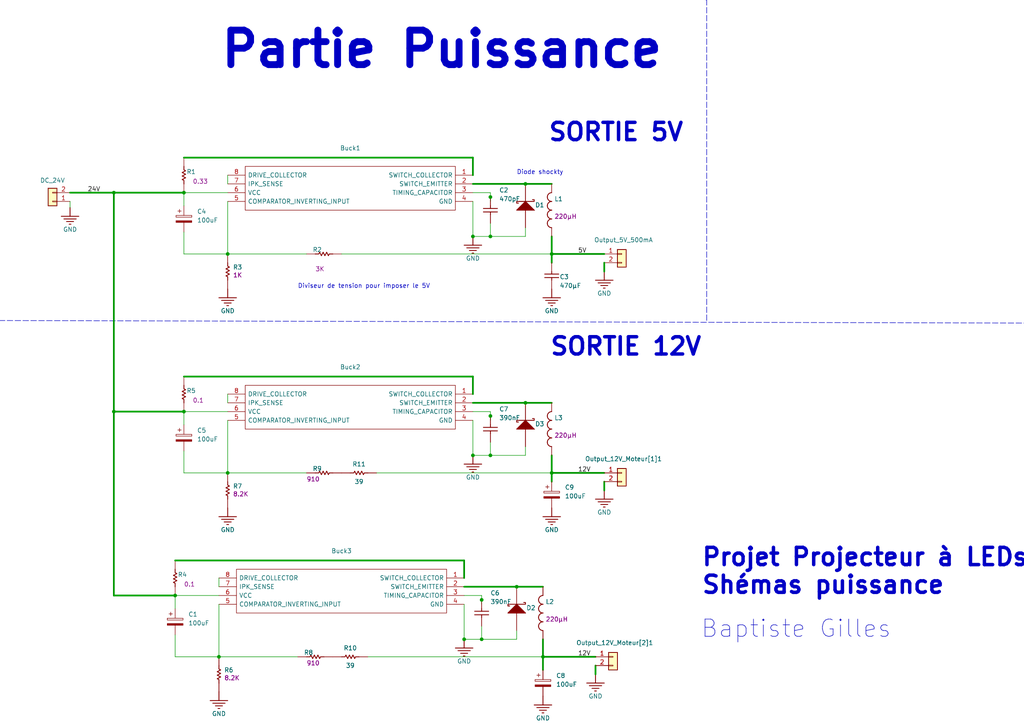
<source format=kicad_sch>
(kicad_sch (version 20211123) (generator eeschema)

  (uuid dc153254-152e-407b-93b7-3b72ec2a5e9a)

  (paper "A4")

  (lib_symbols
    (symbol "CarteAlimentation:MC34063ADR2G" (pin_names (offset 0.762)) (in_bom yes) (on_board yes)
      (property "Reference" "IC" (id 0) (at 67.31 7.62 0)
        (effects (font (size 1.27 1.27)) (justify left))
      )
      (property "Value" "MC34063ADR2G" (id 1) (at 67.31 5.08 0)
        (effects (font (size 1.27 1.27)) (justify left))
      )
      (property "Footprint" "SOIC127P600X175-8N" (id 2) (at 67.31 2.54 0)
        (effects (font (size 1.27 1.27)) (justify left) hide)
      )
      (property "Datasheet" "http://uk.rs-online.com/web/p/products/6899948P" (id 3) (at 67.31 0 0)
        (effects (font (size 1.27 1.27)) (justify left) hide)
      )
      (property "Description" "Buck / Boost / Inverting Regulator, Switching, 1.5 A" (id 4) (at 67.31 -2.54 0)
        (effects (font (size 1.27 1.27)) (justify left) hide)
      )
      (property "Height" "1.75" (id 5) (at 67.31 -5.08 0)
        (effects (font (size 1.27 1.27)) (justify left) hide)
      )
      (property "RS Part Number" "6899948P" (id 6) (at 67.31 -7.62 0)
        (effects (font (size 1.27 1.27)) (justify left) hide)
      )
      (property "RS Price/Stock" "http://uk.rs-online.com/web/p/products/6899948P" (id 7) (at 67.31 -10.16 0)
        (effects (font (size 1.27 1.27)) (justify left) hide)
      )
      (property "Manufacturer_Name" "onsemi" (id 8) (at 67.31 -12.7 0)
        (effects (font (size 1.27 1.27)) (justify left) hide)
      )
      (property "Manufacturer_Part_Number" "MC34063ADR2G" (id 9) (at 67.31 -15.24 0)
        (effects (font (size 1.27 1.27)) (justify left) hide)
      )
      (property "Allied_Number" "70340070" (id 10) (at 67.31 -17.78 0)
        (effects (font (size 1.27 1.27)) (justify left) hide)
      )
      (property "ki_description" "Buck / Boost / Inverting Regulator, Switching, 1.5 A" (id 11) (at 0 0 0)
        (effects (font (size 1.27 1.27)) hide)
      )
      (symbol "MC34063ADR2G_0_0"
        (pin passive line (at 0 0 0) (length 5.08)
          (name "SWITCH_COLLECTOR" (effects (font (size 1.27 1.27))))
          (number "1" (effects (font (size 1.27 1.27))))
        )
        (pin passive line (at 0 -2.54 0) (length 5.08)
          (name "SWITCH_EMITTER" (effects (font (size 1.27 1.27))))
          (number "2" (effects (font (size 1.27 1.27))))
        )
        (pin passive line (at 0 -5.08 0) (length 5.08)
          (name "TIMING_CAPACITOR" (effects (font (size 1.27 1.27))))
          (number "3" (effects (font (size 1.27 1.27))))
        )
        (pin passive line (at 0 -7.62 0) (length 5.08)
          (name "GND" (effects (font (size 1.27 1.27))))
          (number "4" (effects (font (size 1.27 1.27))))
        )
        (pin passive line (at 71.12 -7.62 180) (length 5.08)
          (name "COMPARATOR_INVERTING_INPUT" (effects (font (size 1.27 1.27))))
          (number "5" (effects (font (size 1.27 1.27))))
        )
        (pin passive line (at 71.12 -5.08 180) (length 5.08)
          (name "VCC" (effects (font (size 1.27 1.27))))
          (number "6" (effects (font (size 1.27 1.27))))
        )
        (pin passive line (at 71.12 -2.54 180) (length 5.08)
          (name "IPK_SENSE" (effects (font (size 1.27 1.27))))
          (number "7" (effects (font (size 1.27 1.27))))
        )
        (pin passive line (at 71.12 0 180) (length 5.08)
          (name "DRIVE_COLLECTOR" (effects (font (size 1.27 1.27))))
          (number "8" (effects (font (size 1.27 1.27))))
        )
      )
      (symbol "MC34063ADR2G_0_1"
        (polyline
          (pts
            (xy 5.08 2.54)
            (xy 66.04 2.54)
            (xy 66.04 -10.16)
            (xy 5.08 -10.16)
            (xy 5.08 2.54)
          )
          (stroke (width 0.1524) (type default) (color 0 0 0 0))
          (fill (type none))
        )
      )
    )
    (symbol "Connector_Generic:Conn_01x02" (pin_names (offset 1.016) hide) (in_bom yes) (on_board yes)
      (property "Reference" "J" (id 0) (at 0 2.54 0)
        (effects (font (size 1.27 1.27)))
      )
      (property "Value" "Conn_01x02" (id 1) (at 0 -5.08 0)
        (effects (font (size 1.27 1.27)))
      )
      (property "Footprint" "" (id 2) (at 0 0 0)
        (effects (font (size 1.27 1.27)) hide)
      )
      (property "Datasheet" "~" (id 3) (at 0 0 0)
        (effects (font (size 1.27 1.27)) hide)
      )
      (property "ki_keywords" "connector" (id 4) (at 0 0 0)
        (effects (font (size 1.27 1.27)) hide)
      )
      (property "ki_description" "Generic connector, single row, 01x02, script generated (kicad-library-utils/schlib/autogen/connector/)" (id 5) (at 0 0 0)
        (effects (font (size 1.27 1.27)) hide)
      )
      (property "ki_fp_filters" "Connector*:*_1x??_*" (id 6) (at 0 0 0)
        (effects (font (size 1.27 1.27)) hide)
      )
      (symbol "Conn_01x02_1_1"
        (rectangle (start -1.27 -2.413) (end 0 -2.667)
          (stroke (width 0.1524) (type default) (color 0 0 0 0))
          (fill (type none))
        )
        (rectangle (start -1.27 0.127) (end 0 -0.127)
          (stroke (width 0.1524) (type default) (color 0 0 0 0))
          (fill (type none))
        )
        (rectangle (start -1.27 1.27) (end 1.27 -3.81)
          (stroke (width 0.254) (type default) (color 0 0 0 0))
          (fill (type background))
        )
        (pin passive line (at -5.08 0 0) (length 3.81)
          (name "Pin_1" (effects (font (size 1.27 1.27))))
          (number "1" (effects (font (size 1.27 1.27))))
        )
        (pin passive line (at -5.08 -2.54 0) (length 3.81)
          (name "Pin_2" (effects (font (size 1.27 1.27))))
          (number "2" (effects (font (size 1.27 1.27))))
        )
      )
    )
    (symbol "DEMO1-altium-import:1_Cap" (in_bom yes) (on_board yes)
      (property "Reference" "" (id 0) (at 0 0 0)
        (effects (font (size 1.27 1.27)))
      )
      (property "Value" "1_Cap" (id 1) (at 0 0 0)
        (effects (font (size 1.27 1.27)))
      )
      (property "Footprint" "" (id 2) (at 0 0 0)
        (effects (font (size 1.27 1.27)) hide)
      )
      (property "Datasheet" "" (id 3) (at 0 0 0)
        (effects (font (size 1.27 1.27)) hide)
      )
      (property "ki_description" "Capacitor" (id 4) (at 0 0 0)
        (effects (font (size 1.27 1.27)) hide)
      )
      (property "ki_fp_filters" "C0805" (id 5) (at 0 0 0)
        (effects (font (size 1.27 1.27)) hide)
      )
      (symbol "1_Cap_1_0"
        (polyline
          (pts
            (xy -2.032 0.508)
            (xy 2.032 0.508)
          )
          (stroke (width 0.254) (type default) (color 0 0 0 0))
          (fill (type none))
        )
        (polyline
          (pts
            (xy 0 -1.27)
            (xy 0 -0.508)
          )
          (stroke (width 0.254) (type default) (color 0 0 0 0))
          (fill (type none))
        )
        (polyline
          (pts
            (xy 0 1.27)
            (xy 0 0.508)
          )
          (stroke (width 0.254) (type default) (color 0 0 0 0))
          (fill (type none))
        )
        (polyline
          (pts
            (xy 2.032 -0.508)
            (xy -2.032 -0.508)
          )
          (stroke (width 0.254) (type default) (color 0 0 0 0))
          (fill (type none))
        )
        (pin passive line (at 0 -3.81 90) (length 2.54)
          (name "1" (effects (font (size 0 0))))
          (number "1" (effects (font (size 0 0))))
        )
        (pin passive line (at 0 3.81 270) (length 2.54)
          (name "2" (effects (font (size 0 0))))
          (number "2" (effects (font (size 0 0))))
        )
      )
    )
    (symbol "DEMO1-altium-import:1_D Schottky" (in_bom yes) (on_board yes)
      (property "Reference" "" (id 0) (at 0 0 0)
        (effects (font (size 1.27 1.27)))
      )
      (property "Value" "1_D Schottky" (id 1) (at 0 0 0)
        (effects (font (size 1.27 1.27)))
      )
      (property "Footprint" "" (id 2) (at 0 0 0)
        (effects (font (size 1.27 1.27)) hide)
      )
      (property "Datasheet" "" (id 3) (at 0 0 0)
        (effects (font (size 1.27 1.27)) hide)
      )
      (property "ki_description" "Schottky Diode" (id 4) (at 0 0 0)
        (effects (font (size 1.27 1.27)) hide)
      )
      (property "ki_fp_filters" "SMB" (id 5) (at 0 0 0)
        (effects (font (size 1.27 1.27)) hide)
      )
      (symbol "1_D Schottky_1_0"
        (polyline
          (pts
            (xy 5.08 0)
            (xy 2.54 2.54)
            (xy 0 0)
            (xy 5.08 0)
          )
          (stroke (width 0.254) (type default) (color 0 0 0 0))
          (fill (type outline))
        )
        (polyline
          (pts
            (xy 4.572 3.048)
            (xy 5.08 3.048)
            (xy 5.08 2.54)
            (xy 0 2.54)
            (xy 0 2.032)
            (xy 0.508 2.032)
          )
          (stroke (width 0.254) (type default) (color 0 0 0 0))
          (fill (type none))
        )
        (pin passive line (at 2.54 -5.08 90) (length 5.08)
          (name "A" (effects (font (size 0 0))))
          (number "1" (effects (font (size 0 0))))
        )
        (pin passive line (at 2.54 7.62 270) (length 5.08)
          (name "K" (effects (font (size 0 0))))
          (number "2" (effects (font (size 0 0))))
        )
      )
    )
    (symbol "DEMO1-altium-import:1_Inductor" (in_bom yes) (on_board yes)
      (property "Reference" "" (id 0) (at 0 0 0)
        (effects (font (size 1.27 1.27)))
      )
      (property "Value" "1_Inductor" (id 1) (at 0 0 0)
        (effects (font (size 1.27 1.27)))
      )
      (property "Footprint" "" (id 2) (at 0 0 0)
        (effects (font (size 1.27 1.27)) hide)
      )
      (property "Datasheet" "" (id 3) (at 0 0 0)
        (effects (font (size 1.27 1.27)) hide)
      )
      (property "ki_description" "Inductor" (id 4) (at 0 0 0)
        (effects (font (size 1.27 1.27)) hide)
      )
      (property "ki_fp_filters" "IND1210" (id 5) (at 0 0 0)
        (effects (font (size 1.27 1.27)) hide)
      )
      (symbol "1_Inductor_1_0"
        (arc (start 1.27 1.27) (mid 1.642 0.372) (end 2.54 0)
          (stroke (width 0.254) (type default) (color 0 0 0 0))
          (fill (type none))
        )
        (arc (start 1.27 3.81) (mid 1.642 2.912) (end 2.54 2.54)
          (stroke (width 0.254) (type default) (color 0 0 0 0))
          (fill (type none))
        )
        (arc (start 1.27 6.35) (mid 1.642 5.452) (end 2.54 5.08)
          (stroke (width 0.254) (type default) (color 0 0 0 0))
          (fill (type none))
        )
        (arc (start 1.27 8.89) (mid 1.642 7.992) (end 2.54 7.62)
          (stroke (width 0.254) (type default) (color 0 0 0 0))
          (fill (type none))
        )
        (arc (start 2.54 2.54) (mid 1.642 2.168) (end 1.27 1.27)
          (stroke (width 0.254) (type default) (color 0 0 0 0))
          (fill (type none))
        )
        (arc (start 2.54 5.08) (mid 1.642 4.708) (end 1.27 3.81)
          (stroke (width 0.254) (type default) (color 0 0 0 0))
          (fill (type none))
        )
        (arc (start 2.54 7.62) (mid 1.642 7.248) (end 1.27 6.35)
          (stroke (width 0.254) (type default) (color 0 0 0 0))
          (fill (type none))
        )
        (arc (start 2.54 10.16) (mid 1.642 9.788) (end 1.27 8.89)
          (stroke (width 0.254) (type default) (color 0 0 0 0))
          (fill (type none))
        )
        (pin passive line (at 2.54 -2.54 90) (length 2.54)
          (name "1" (effects (font (size 0 0))))
          (number "1" (effects (font (size 0 0))))
        )
        (pin passive line (at 2.54 12.7 270) (length 2.54)
          (name "2" (effects (font (size 0 0))))
          (number "2" (effects (font (size 0 0))))
        )
      )
    )
    (symbol "DEMO1-altium-import:1_Res1" (in_bom yes) (on_board yes)
      (property "Reference" "" (id 0) (at 0 0 0)
        (effects (font (size 1.27 1.27)))
      )
      (property "Value" "1_Res1" (id 1) (at 0 0 0)
        (effects (font (size 1.27 1.27)))
      )
      (property "Footprint" "" (id 2) (at 0 0 0)
        (effects (font (size 1.27 1.27)) hide)
      )
      (property "Datasheet" "" (id 3) (at 0 0 0)
        (effects (font (size 1.27 1.27)) hide)
      )
      (property "ki_description" "Resistor" (id 4) (at 0 0 0)
        (effects (font (size 1.27 1.27)) hide)
      )
      (property "ki_fp_filters" "2512" (id 5) (at 0 0 0)
        (effects (font (size 1.27 1.27)) hide)
      )
      (symbol "1_Res1_1_0"
        (polyline
          (pts
            (xy 2.54 5.08)
            (xy 2.54 4.064)
            (xy 3.048 3.81)
            (xy 2.032 3.302)
            (xy 3.048 2.794)
            (xy 2.032 2.286)
            (xy 3.048 1.778)
            (xy 2.032 1.27)
            (xy 2.54 1.016)
            (xy 2.54 0)
          )
          (stroke (width 0.254) (type default) (color 0 0 0 0))
          (fill (type none))
        )
        (pin passive line (at 2.54 -2.54 90) (length 2.54)
          (name "1" (effects (font (size 0 0))))
          (number "1" (effects (font (size 0 0))))
        )
        (pin passive line (at 2.54 7.62 270) (length 2.54)
          (name "2" (effects (font (size 0 0))))
          (number "2" (effects (font (size 0 0))))
        )
      )
    )
    (symbol "DEMO1-altium-import:2_Res1" (in_bom yes) (on_board yes)
      (property "Reference" "" (id 0) (at 0 0 0)
        (effects (font (size 1.27 1.27)))
      )
      (property "Value" "2_Res1" (id 1) (at 0 0 0)
        (effects (font (size 1.27 1.27)))
      )
      (property "Footprint" "" (id 2) (at 0 0 0)
        (effects (font (size 1.27 1.27)) hide)
      )
      (property "Datasheet" "" (id 3) (at 0 0 0)
        (effects (font (size 1.27 1.27)) hide)
      )
      (property "ki_description" "Resistor" (id 4) (at 0 0 0)
        (effects (font (size 1.27 1.27)) hide)
      )
      (property "ki_fp_filters" "2512" (id 5) (at 0 0 0)
        (effects (font (size 1.27 1.27)) hide)
      )
      (symbol "2_Res1_1_0"
        (polyline
          (pts
            (xy -5.08 2.54)
            (xy -4.064 2.54)
            (xy -3.81 3.048)
            (xy -3.302 2.032)
            (xy -2.794 3.048)
            (xy -2.286 2.032)
            (xy -1.778 3.048)
            (xy -1.27 2.032)
            (xy -1.016 2.54)
            (xy 0 2.54)
          )
          (stroke (width 0.254) (type default) (color 0 0 0 0))
          (fill (type none))
        )
        (pin passive line (at 2.54 2.54 180) (length 2.54)
          (name "1" (effects (font (size 0 0))))
          (number "1" (effects (font (size 0 0))))
        )
        (pin passive line (at -7.62 2.54 0) (length 2.54)
          (name "2" (effects (font (size 0 0))))
          (number "2" (effects (font (size 0 0))))
        )
      )
    )
    (symbol "DEMO1-altium-import:3_Res1" (in_bom yes) (on_board yes)
      (property "Reference" "" (id 0) (at 0 0 0)
        (effects (font (size 1.27 1.27)))
      )
      (property "Value" "3_Res1" (id 1) (at 0 0 0)
        (effects (font (size 1.27 1.27)))
      )
      (property "Footprint" "" (id 2) (at 0 0 0)
        (effects (font (size 1.27 1.27)) hide)
      )
      (property "Datasheet" "" (id 3) (at 0 0 0)
        (effects (font (size 1.27 1.27)) hide)
      )
      (property "ki_description" "Resistor" (id 4) (at 0 0 0)
        (effects (font (size 1.27 1.27)) hide)
      )
      (property "ki_fp_filters" "2512" (id 5) (at 0 0 0)
        (effects (font (size 1.27 1.27)) hide)
      )
      (symbol "3_Res1_1_0"
        (polyline
          (pts
            (xy -2.54 -5.08)
            (xy -2.54 -4.064)
            (xy -3.048 -3.81)
            (xy -2.032 -3.302)
            (xy -3.048 -2.794)
            (xy -2.032 -2.286)
            (xy -3.048 -1.778)
            (xy -2.032 -1.27)
            (xy -2.54 -1.016)
            (xy -2.54 0)
          )
          (stroke (width 0.254) (type default) (color 0 0 0 0))
          (fill (type none))
        )
        (pin passive line (at -2.54 2.54 270) (length 2.54)
          (name "1" (effects (font (size 0 0))))
          (number "1" (effects (font (size 0 0))))
        )
        (pin passive line (at -2.54 -7.62 90) (length 2.54)
          (name "2" (effects (font (size 0 0))))
          (number "2" (effects (font (size 0 0))))
        )
      )
    )
    (symbol "DEMO1-altium-import:GND" (power) (in_bom yes) (on_board yes)
      (property "Reference" "#PWR" (id 0) (at 0 0 0)
        (effects (font (size 1.27 1.27)))
      )
      (property "Value" "GND" (id 1) (at 0 6.35 0)
        (effects (font (size 1.27 1.27)))
      )
      (property "Footprint" "" (id 2) (at 0 0 0)
        (effects (font (size 1.27 1.27)) hide)
      )
      (property "Datasheet" "" (id 3) (at 0 0 0)
        (effects (font (size 1.27 1.27)) hide)
      )
      (property "ki_keywords" "power-flag" (id 4) (at 0 0 0)
        (effects (font (size 1.27 1.27)) hide)
      )
      (property "ki_description" "Le symbole d'alimentation crée un label global de nom 'GND'" (id 5) (at 0 0 0)
        (effects (font (size 1.27 1.27)) hide)
      )
      (symbol "GND_0_0"
        (polyline
          (pts
            (xy -2.54 -2.54)
            (xy 2.54 -2.54)
          )
          (stroke (width 0.254) (type default) (color 0 0 0 0))
          (fill (type none))
        )
        (polyline
          (pts
            (xy -1.778 -3.302)
            (xy 1.778 -3.302)
          )
          (stroke (width 0.254) (type default) (color 0 0 0 0))
          (fill (type none))
        )
        (polyline
          (pts
            (xy -1.016 -4.064)
            (xy 1.016 -4.064)
          )
          (stroke (width 0.254) (type default) (color 0 0 0 0))
          (fill (type none))
        )
        (polyline
          (pts
            (xy -0.254 -4.826)
            (xy 0.254 -4.826)
          )
          (stroke (width 0.254) (type default) (color 0 0 0 0))
          (fill (type none))
        )
        (polyline
          (pts
            (xy 0 0)
            (xy 0 -2.54)
          )
          (stroke (width 0.254) (type default) (color 0 0 0 0))
          (fill (type none))
        )
        (pin power_in line (at 0 0 0) (length 0) hide
          (name "GND" (effects (font (size 1.27 1.27))))
          (number "" (effects (font (size 1.27 1.27))))
        )
      )
    )
    (symbol "Device:C_Polarized" (pin_numbers hide) (pin_names (offset 0.254)) (in_bom yes) (on_board yes)
      (property "Reference" "C" (id 0) (at 0.635 2.54 0)
        (effects (font (size 1.27 1.27)) (justify left))
      )
      (property "Value" "C_Polarized" (id 1) (at 0.635 -2.54 0)
        (effects (font (size 1.27 1.27)) (justify left))
      )
      (property "Footprint" "" (id 2) (at 0.9652 -3.81 0)
        (effects (font (size 1.27 1.27)) hide)
      )
      (property "Datasheet" "~" (id 3) (at 0 0 0)
        (effects (font (size 1.27 1.27)) hide)
      )
      (property "ki_keywords" "cap capacitor" (id 4) (at 0 0 0)
        (effects (font (size 1.27 1.27)) hide)
      )
      (property "ki_description" "Polarized capacitor" (id 5) (at 0 0 0)
        (effects (font (size 1.27 1.27)) hide)
      )
      (property "ki_fp_filters" "CP_*" (id 6) (at 0 0 0)
        (effects (font (size 1.27 1.27)) hide)
      )
      (symbol "C_Polarized_0_1"
        (rectangle (start -2.286 0.508) (end 2.286 1.016)
          (stroke (width 0) (type default) (color 0 0 0 0))
          (fill (type none))
        )
        (polyline
          (pts
            (xy -1.778 2.286)
            (xy -0.762 2.286)
          )
          (stroke (width 0) (type default) (color 0 0 0 0))
          (fill (type none))
        )
        (polyline
          (pts
            (xy -1.27 2.794)
            (xy -1.27 1.778)
          )
          (stroke (width 0) (type default) (color 0 0 0 0))
          (fill (type none))
        )
        (rectangle (start 2.286 -0.508) (end -2.286 -1.016)
          (stroke (width 0) (type default) (color 0 0 0 0))
          (fill (type outline))
        )
      )
      (symbol "C_Polarized_1_1"
        (pin passive line (at 0 3.81 270) (length 2.794)
          (name "~" (effects (font (size 1.27 1.27))))
          (number "1" (effects (font (size 1.27 1.27))))
        )
        (pin passive line (at 0 -3.81 90) (length 2.794)
          (name "~" (effects (font (size 1.27 1.27))))
          (number "2" (effects (font (size 1.27 1.27))))
        )
      )
    )
  )

  (junction (at 139.7 173.99) (diameter 0) (color 0 0 0 0)
    (uuid 0f2e893e-8d96-482e-a25f-b008cabc4ec5)
  )
  (junction (at 63.5 190.5) (diameter 0) (color 0 0 0 0)
    (uuid 18521d81-9db7-4096-a635-745d60fb4220)
  )
  (junction (at 160.02 73.66) (diameter 0) (color 0 0 0 0)
    (uuid 200af112-0c6b-4ed0-aa0c-892b461e4116)
  )
  (junction (at 66.04 73.66) (diameter 0) (color 0 0 0 0)
    (uuid 2215ecdb-9fb3-46cf-82ae-bd236a38d7e9)
  )
  (junction (at 66.04 137.16) (diameter 0) (color 0 0 0 0)
    (uuid 37875585-247f-48a3-8907-31d6ced09e55)
  )
  (junction (at 149.86 170.18) (diameter 0) (color 0 0 0 0)
    (uuid 505813ed-0237-4833-a850-262c6d77be43)
  )
  (junction (at 50.8 172.72) (diameter 0) (color 0 0 0 0)
    (uuid 52b4fc66-2b47-4949-834e-55605d52d858)
  )
  (junction (at 152.4 53.34) (diameter 0) (color 0 0 0 0)
    (uuid 6572bcb6-5c00-469b-a0a1-1d6cbdf0f046)
  )
  (junction (at 142.24 68.58) (diameter 0) (color 0 0 0 0)
    (uuid 78689383-5b9c-4d58-9672-7b7e2e1a0e0f)
  )
  (junction (at 142.24 57.15) (diameter 0) (color 0 0 0 0)
    (uuid 812caa23-2aa1-488d-a460-a57b1e9279ea)
  )
  (junction (at 53.34 55.88) (diameter 0) (color 0 0 0 0)
    (uuid 8fadf295-b217-40f0-b28b-ebaa83177141)
  )
  (junction (at 53.34 119.38) (diameter 0) (color 0 0 0 0)
    (uuid 9f6c5c2e-c195-4234-8408-ebf6858c028e)
  )
  (junction (at 137.16 68.58) (diameter 0) (color 0 0 0 0)
    (uuid b5f9e94d-ce8e-48cd-9be0-5d320fa583e4)
  )
  (junction (at 152.4 116.84) (diameter 0) (color 0 0 0 0)
    (uuid c32c1ff8-31d7-4738-88bd-61d6d7daecb7)
  )
  (junction (at 157.48 190.5) (diameter 0) (color 0 0 0 0)
    (uuid c4f5969c-b392-4a46-b38e-662b5090536f)
  )
  (junction (at 33.02 55.88) (diameter 0) (color 0 0 0 0)
    (uuid c5a08411-9322-4973-b741-2918184faa4d)
  )
  (junction (at 33.02 119.38) (diameter 0) (color 0 0 0 0)
    (uuid d2aba6ab-6220-48ff-ad39-0ba048a65fea)
  )
  (junction (at 137.16 132.08) (diameter 0) (color 0 0 0 0)
    (uuid db0d6805-20d6-4922-99ee-67acdf907bf4)
  )
  (junction (at 142.24 120.65) (diameter 0) (color 0 0 0 0)
    (uuid e27fc8ed-d193-4781-ae78-7fb036af574f)
  )
  (junction (at 142.24 132.08) (diameter 0) (color 0 0 0 0)
    (uuid e30809e7-f2d8-467b-9a34-7a4cc74178a8)
  )
  (junction (at 160.02 137.16) (diameter 0) (color 0 0 0 0)
    (uuid ea28ab69-7801-449f-b0e3-750b93835691)
  )
  (junction (at 134.62 185.42) (diameter 0) (color 0 0 0 0)
    (uuid f1cc5757-c5d5-4555-ac67-5847258ce069)
  )
  (junction (at 139.7 185.42) (diameter 0) (color 0 0 0 0)
    (uuid f4648642-1bd2-410b-a5a5-7972d3743cef)
  )

  (wire (pts (xy 160.02 139.7) (xy 160.02 138.43))
    (stroke (width 0) (type default) (color 0 0 0 0))
    (uuid 00dde912-8a3c-4432-9666-3c7cb585d1d7)
  )
  (wire (pts (xy 63.5 167.64) (xy 63.5 170.18))
    (stroke (width 0) (type default) (color 0 0 0 0))
    (uuid 02640a9e-04a2-4cf7-87da-b628723d89a1)
  )
  (wire (pts (xy 142.24 132.08) (xy 152.4 132.08))
    (stroke (width 0) (type default) (color 0 0 0 0))
    (uuid 028b089c-0f4b-4f6e-964a-1506ad259fe7)
  )
  (wire (pts (xy 50.8 184.15) (xy 50.8 190.5))
    (stroke (width 0) (type default) (color 0 0 0 0))
    (uuid 0a66732c-2fe8-42b2-9462-94063f146347)
  )
  (wire (pts (xy 142.24 128.27) (xy 142.24 132.08))
    (stroke (width 0) (type default) (color 0 0 0 0))
    (uuid 0af02fbc-6e64-4ea6-b130-94f722cd5cc6)
  )
  (wire (pts (xy 139.7 185.42) (xy 149.86 185.42))
    (stroke (width 0) (type default) (color 0 0 0 0))
    (uuid 0e8b69b8-2719-4c73-9027-7add68e71ab3)
  )
  (wire (pts (xy 149.86 170.18) (xy 157.48 170.18))
    (stroke (width 0.5) (type default) (color 0 0 0 0))
    (uuid 10a9f369-31af-4843-a0e4-baf03bbd6a7b)
  )
  (wire (pts (xy 53.34 119.38) (xy 33.02 119.38))
    (stroke (width 0.5) (type default) (color 0 0 0 0))
    (uuid 13becc16-6774-4efc-a3a7-749b845c49ac)
  )
  (wire (pts (xy 139.7 172.72) (xy 139.7 173.99))
    (stroke (width 0) (type default) (color 0 0 0 0))
    (uuid 15e4fba6-5087-4886-b8b0-6110537033de)
  )
  (wire (pts (xy 53.34 119.38) (xy 66.04 119.38))
    (stroke (width 0) (type default) (color 0 0 0 0))
    (uuid 173bad1e-d213-4786-90c8-a9d92f67316f)
  )
  (wire (pts (xy 139.7 181.61) (xy 139.7 185.42))
    (stroke (width 0) (type default) (color 0 0 0 0))
    (uuid 1a0ac417-8763-4f3b-9c04-74d8a36b9679)
  )
  (wire (pts (xy 20.32 55.88) (xy 33.02 55.88))
    (stroke (width 0.5) (type default) (color 0 0 0 0))
    (uuid 1b274393-e7a6-447b-a6ef-cce773357e55)
  )
  (wire (pts (xy 66.04 58.42) (xy 66.04 73.66))
    (stroke (width 0) (type default) (color 0 0 0 0))
    (uuid 1b7df629-e416-4a20-9483-79cdc8b34656)
  )
  (wire (pts (xy 149.86 185.42) (xy 149.86 182.88))
    (stroke (width 0) (type default) (color 0 0 0 0))
    (uuid 1ff92960-c734-47ba-93ea-81b12e8c8fc4)
  )
  (wire (pts (xy 137.16 121.92) (xy 137.16 132.08))
    (stroke (width 0) (type default) (color 0 0 0 0))
    (uuid 222ed042-f376-41bc-a7db-cc9d3f4618e4)
  )
  (wire (pts (xy 160.02 137.16) (xy 160.02 139.7))
    (stroke (width 0.5) (type default) (color 0 0 0 0))
    (uuid 29db0fc3-bce5-471d-896a-e06c727f358e)
  )
  (wire (pts (xy 175.26 139.7) (xy 175.26 142.24))
    (stroke (width 0.5) (type default) (color 0 0 0 0))
    (uuid 2c41fe29-fbe7-4e45-9b78-718de0d2cbeb)
  )
  (wire (pts (xy 160.02 73.66) (xy 175.26 73.66))
    (stroke (width 0.5) (type default) (color 0 0 0 0))
    (uuid 2d0fa0b5-e33b-405f-b618-52f7eeee7362)
  )
  (wire (pts (xy 50.8 172.72) (xy 63.5 172.72))
    (stroke (width 0) (type default) (color 0 0 0 0))
    (uuid 2e962d0f-8d2a-4158-be39-4417711b056f)
  )
  (wire (pts (xy 137.16 116.84) (xy 152.4 116.84))
    (stroke (width 0.5) (type default) (color 0 0 0 0))
    (uuid 2f6c6193-053f-4d42-887b-2a4a61282a97)
  )
  (polyline (pts (xy 204.978 92.964) (xy 204.978 0))
    (stroke (width 0) (type default) (color 0 0 0 0))
    (uuid 31b57880-b031-49a9-99a6-efaaa5d0c430)
  )

  (wire (pts (xy 137.16 132.08) (xy 142.24 132.08))
    (stroke (width 0) (type default) (color 0 0 0 0))
    (uuid 329c9fa7-66b7-4418-ab7c-d5658eda10d0)
  )
  (wire (pts (xy 134.62 170.18) (xy 149.86 170.18))
    (stroke (width 0.5) (type default) (color 0 0 0 0))
    (uuid 3665adbe-f3ba-48e2-b3de-be36ec8ed3b0)
  )
  (wire (pts (xy 106.68 190.5) (xy 157.48 190.5))
    (stroke (width 0) (type default) (color 0 0 0 0))
    (uuid 3a3edbbd-4d0e-442a-93f4-7ee38e2250b8)
  )
  (wire (pts (xy 137.16 45.72) (xy 137.16 50.8))
    (stroke (width 0.5) (type default) (color 0 0 0 0))
    (uuid 3ae92ad5-99df-4a8b-9a48-18fff2b56ca5)
  )
  (wire (pts (xy 142.24 64.77) (xy 142.24 68.58))
    (stroke (width 0) (type default) (color 0 0 0 0))
    (uuid 3de41b03-e087-4985-b868-2841fe475179)
  )
  (wire (pts (xy 63.5 190.5) (xy 50.8 190.5))
    (stroke (width 0) (type default) (color 0 0 0 0))
    (uuid 402cd066-fe95-4a23-b505-42a0cd426c1f)
  )
  (wire (pts (xy 137.16 58.42) (xy 137.16 68.58))
    (stroke (width 0) (type default) (color 0 0 0 0))
    (uuid 403b2ba6-03e4-437f-b9b7-da9d8a5fd299)
  )
  (wire (pts (xy 66.04 50.8) (xy 66.04 53.34))
    (stroke (width 0) (type default) (color 0 0 0 0))
    (uuid 466887c6-f74c-440d-93b0-884f07439bb1)
  )
  (wire (pts (xy 172.72 193.04) (xy 172.72 195.58))
    (stroke (width 0.5) (type default) (color 0 0 0 0))
    (uuid 46ce82ed-6fff-4f06-9815-fd8f007f5eb0)
  )
  (wire (pts (xy 157.48 190.5) (xy 157.48 194.31))
    (stroke (width 0.5) (type default) (color 0 0 0 0))
    (uuid 47173f62-30be-4fc2-a584-a98b52c253ab)
  )
  (wire (pts (xy 33.02 55.88) (xy 53.34 55.88))
    (stroke (width 0.5) (type default) (color 0 0 0 0))
    (uuid 477a54ec-efa2-4ee7-954f-a709e7f21dca)
  )
  (wire (pts (xy 33.02 119.38) (xy 33.02 172.72))
    (stroke (width 0.5) (type default) (color 0 0 0 0))
    (uuid 47c5516e-e1b9-4a90-b764-2b8c922684cd)
  )
  (wire (pts (xy 137.16 53.34) (xy 152.4 53.34))
    (stroke (width 0.5) (type default) (color 0 0 0 0))
    (uuid 47d2a12c-39bf-44ff-af3c-4ef98fd9741c)
  )
  (wire (pts (xy 134.62 185.42) (xy 139.7 185.42))
    (stroke (width 0) (type default) (color 0 0 0 0))
    (uuid 4af8bd2c-c3d2-4e39-90d7-70a1b0d9a90a)
  )
  (wire (pts (xy 175.26 76.2) (xy 175.26 78.74))
    (stroke (width 0.5) (type default) (color 0 0 0 0))
    (uuid 50173f6f-2799-4fde-90c1-c699fa4a27be)
  )
  (wire (pts (xy 142.24 68.58) (xy 152.4 68.58))
    (stroke (width 0) (type default) (color 0 0 0 0))
    (uuid 5afb2073-0d6c-49ef-a1d8-b4edc74fb4cc)
  )
  (polyline (pts (xy 297.18 93.7006) (xy 297.18 210.82))
    (stroke (width 0) (type default) (color 0 0 0 0))
    (uuid 5cd9c538-a5de-4a00-a50a-551f8fad33f5)
  )

  (wire (pts (xy 160.02 137.16) (xy 160.02 132.08))
    (stroke (width 0.5) (type default) (color 0 0 0 0))
    (uuid 62cf8b85-d487-4750-85c0-33c62ecbd2bd)
  )
  (polyline (pts (xy -0.2286 92.964) (xy 297.18 93.7006))
    (stroke (width 0) (type default) (color 0 0 0 0))
    (uuid 64c3ef26-add6-4d63-9922-cc7b22238ed0)
  )

  (wire (pts (xy 53.34 55.88) (xy 66.04 55.88))
    (stroke (width 0) (type default) (color 0 0 0 0))
    (uuid 6af758ef-807c-49d6-89e8-23bc5d42be84)
  )
  (wire (pts (xy 157.48 190.5) (xy 172.72 190.5))
    (stroke (width 0.5) (type default) (color 0 0 0 0))
    (uuid 6e9457ec-fe7c-4a6b-ae42-576513948edd)
  )
  (polyline (pts (xy 204.724 0) (xy 204.978 0))
    (stroke (width 0) (type default) (color 0 0 0 0))
    (uuid 72837729-8557-4980-ab70-542eb026f06c)
  )

  (wire (pts (xy 142.24 57.15) (xy 142.24 58.42))
    (stroke (width 0) (type default) (color 0 0 0 0))
    (uuid 74053726-e9e7-47ac-aa22-f8d2353871d3)
  )
  (wire (pts (xy 160.02 73.66) (xy 160.02 76.2))
    (stroke (width 0.5) (type default) (color 0 0 0 0))
    (uuid 7a3b909a-85d6-4dca-9a51-5ef7e04bfbaa)
  )
  (wire (pts (xy 152.4 132.08) (xy 152.4 129.54))
    (stroke (width 0) (type default) (color 0 0 0 0))
    (uuid 7dff8fc4-2a84-4523-87e4-49b349de7643)
  )
  (wire (pts (xy 152.4 68.58) (xy 152.4 66.04))
    (stroke (width 0) (type default) (color 0 0 0 0))
    (uuid 84d24be9-a1e7-430c-aa87-260d48b40092)
  )
  (wire (pts (xy 33.02 119.38) (xy 33.02 55.88))
    (stroke (width 0.5) (type default) (color 0 0 0 0))
    (uuid 85c93dee-c26b-41b9-8f2c-b6db4db0751f)
  )
  (wire (pts (xy 53.34 109.22) (xy 137.16 109.22))
    (stroke (width 0.5) (type default) (color 0 0 0 0))
    (uuid 88571cad-4933-4a28-a9b9-5cce6b9e7d8b)
  )
  (wire (pts (xy 137.16 109.22) (xy 137.16 114.3))
    (stroke (width 0.5) (type default) (color 0 0 0 0))
    (uuid 89384285-7323-4894-81a3-a06f606ff7a8)
  )
  (wire (pts (xy 142.24 55.88) (xy 142.24 57.15))
    (stroke (width 0) (type default) (color 0 0 0 0))
    (uuid 8ad58041-d7e9-4df6-a28e-95bd53f4d95c)
  )
  (wire (pts (xy 142.24 119.38) (xy 137.16 119.38))
    (stroke (width 0) (type default) (color 0 0 0 0))
    (uuid 8f366dbe-8d33-4589-8c50-53143733f7e6)
  )
  (wire (pts (xy 139.7 172.72) (xy 134.62 172.72))
    (stroke (width 0) (type default) (color 0 0 0 0))
    (uuid 8f8ab33a-957c-4852-81ff-3a6e4bda7db8)
  )
  (wire (pts (xy 66.04 73.66) (xy 88.9 73.66))
    (stroke (width 0) (type default) (color 0 0 0 0))
    (uuid 916104c6-3a9e-4b56-be2b-96ad15f6e775)
  )
  (polyline (pts (xy 297.18 210.82) (xy 205.0034 210.0834))
    (stroke (width 0) (type default) (color 0 0 0 0))
    (uuid 91d0c9ed-4ed1-40e7-b38f-18366ab4045e)
  )

  (wire (pts (xy 53.34 45.72) (xy 137.16 45.72))
    (stroke (width 0.5) (type default) (color 0 0 0 0))
    (uuid 96413834-d56f-4a5b-a87a-c655a322511d)
  )
  (wire (pts (xy 53.34 137.16) (xy 66.04 137.16))
    (stroke (width 0) (type default) (color 0 0 0 0))
    (uuid 9ab96dd4-6e49-4d5e-b628-b525e2193f17)
  )
  (wire (pts (xy 63.5 175.26) (xy 63.5 190.5))
    (stroke (width 0) (type default) (color 0 0 0 0))
    (uuid 9c5e4304-8b29-4e99-bcc7-b4cd3a908d43)
  )
  (wire (pts (xy 53.34 55.88) (xy 53.34 59.69))
    (stroke (width 0) (type default) (color 0 0 0 0))
    (uuid 9f80daa1-7763-4574-8234-fa1d1584f152)
  )
  (wire (pts (xy 152.4 116.84) (xy 160.02 116.84))
    (stroke (width 0.5) (type default) (color 0 0 0 0))
    (uuid a07307b0-1fa9-4168-a084-8cb0bcefe9f7)
  )
  (wire (pts (xy 66.04 73.66) (xy 53.34 73.66))
    (stroke (width 0) (type default) (color 0 0 0 0))
    (uuid a1711e76-756d-478b-9ced-be1c98d67b3f)
  )
  (wire (pts (xy 157.48 190.5) (xy 157.48 185.42))
    (stroke (width 0.5) (type default) (color 0 0 0 0))
    (uuid a7f1aad5-b4c0-4710-a605-df6578e8013c)
  )
  (wire (pts (xy 20.32 58.42) (xy 20.32 60.198))
    (stroke (width 0) (type default) (color 0 0 0 0))
    (uuid b3585816-d98f-4dc9-a8e2-1df72c8b43f1)
  )
  (wire (pts (xy 137.16 68.58) (xy 142.24 68.58))
    (stroke (width 0) (type default) (color 0 0 0 0))
    (uuid b755ccdb-e2e0-4ebc-9a4b-a1337234dcce)
  )
  (wire (pts (xy 63.5 190.5) (xy 86.36 190.5))
    (stroke (width 0) (type default) (color 0 0 0 0))
    (uuid b8c2f27f-85a7-492e-a280-40e9040eb60f)
  )
  (wire (pts (xy 142.24 120.65) (xy 142.24 121.92))
    (stroke (width 0) (type default) (color 0 0 0 0))
    (uuid c0bc0263-7129-472f-9047-f5ec30956519)
  )
  (wire (pts (xy 160.02 73.66) (xy 160.02 68.58))
    (stroke (width 0.5) (type default) (color 0 0 0 0))
    (uuid c22163ef-5e2e-4abb-9865-04d5520bf6e7)
  )
  (wire (pts (xy 142.24 55.88) (xy 137.16 55.88))
    (stroke (width 0) (type default) (color 0 0 0 0))
    (uuid c462052e-a6e3-4494-bd32-e1c177027f6a)
  )
  (wire (pts (xy 53.34 130.81) (xy 53.34 137.16))
    (stroke (width 0) (type default) (color 0 0 0 0))
    (uuid c8c46336-189f-4bec-9996-3b363fd08714)
  )
  (wire (pts (xy 50.8 162.56) (xy 134.62 162.56))
    (stroke (width 0.5) (type default) (color 0 0 0 0))
    (uuid cf4f12dc-84ec-4213-8194-1b4dda24515c)
  )
  (wire (pts (xy 99.06 73.66) (xy 160.02 73.66))
    (stroke (width 0) (type default) (color 0 0 0 0))
    (uuid d2293d5f-ff36-44e9-b1b1-c565c630f81d)
  )
  (wire (pts (xy 139.7 173.99) (xy 139.7 175.26))
    (stroke (width 0) (type default) (color 0 0 0 0))
    (uuid d524914b-1f30-45f8-86c4-0a8f82c5d4ed)
  )
  (wire (pts (xy 66.04 137.16) (xy 88.9 137.16))
    (stroke (width 0) (type default) (color 0 0 0 0))
    (uuid d6e6df85-eb20-4b18-a27b-e703683efcb7)
  )
  (wire (pts (xy 33.02 172.72) (xy 50.8 172.72))
    (stroke (width 0.5) (type default) (color 0 0 0 0))
    (uuid d7d2f8ab-ba70-4c98-944a-98adc44e22c4)
  )
  (wire (pts (xy 142.24 119.38) (xy 142.24 120.65))
    (stroke (width 0) (type default) (color 0 0 0 0))
    (uuid d90c0580-2942-4aec-8e2f-b744757db46a)
  )
  (wire (pts (xy 134.62 162.56) (xy 134.62 167.64))
    (stroke (width 0.5) (type default) (color 0 0 0 0))
    (uuid da28ace1-aed0-4240-859d-68300b5a1fbf)
  )
  (wire (pts (xy 160.02 137.16) (xy 175.26 137.16))
    (stroke (width 0.5) (type default) (color 0 0 0 0))
    (uuid e0d183b5-e51e-416f-b017-4c8ce8035e0d)
  )
  (wire (pts (xy 50.8 172.72) (xy 50.8 176.53))
    (stroke (width 0) (type default) (color 0 0 0 0))
    (uuid e39b74d2-0a1c-400d-9d33-1cb7ca097a47)
  )
  (wire (pts (xy 152.4 53.34) (xy 160.02 53.34))
    (stroke (width 0.5) (type default) (color 0 0 0 0))
    (uuid ed4fa97f-3c5e-40cf-af27-3351dfbe2be8)
  )
  (wire (pts (xy 66.04 114.3) (xy 66.04 116.84))
    (stroke (width 0) (type default) (color 0 0 0 0))
    (uuid efddf09e-93bb-499b-acba-8b40102ed39c)
  )
  (wire (pts (xy 53.34 67.31) (xy 53.34 73.66))
    (stroke (width 0) (type default) (color 0 0 0 0))
    (uuid f41066ea-6515-43c2-b2a0-6c525a92a9cf)
  )
  (wire (pts (xy 109.22 137.16) (xy 160.02 137.16))
    (stroke (width 0) (type default) (color 0 0 0 0))
    (uuid f41dbcb9-03b1-4d64-88e9-0c963a3af51c)
  )
  (wire (pts (xy 134.62 175.26) (xy 134.62 185.42))
    (stroke (width 0) (type default) (color 0 0 0 0))
    (uuid f6aad398-87d9-4c72-8946-0f4757d4e76b)
  )
  (wire (pts (xy 53.34 119.38) (xy 53.34 123.19))
    (stroke (width 0) (type default) (color 0 0 0 0))
    (uuid fad47e1d-cebd-4cbc-a149-46d9d38f471a)
  )
  (wire (pts (xy 66.04 121.92) (xy 66.04 137.16))
    (stroke (width 0) (type default) (color 0 0 0 0))
    (uuid fe4c1439-d2cb-4038-87fc-74a246afb8d4)
  )
  (polyline (pts (xy 205.0034 210.0834) (xy 205.0034 210.5152))
    (stroke (width 0) (type default) (color 0 0 0 0))
    (uuid fff431e6-a21d-4599-8f45-90424a38d86f)
  )

  (text "Projet Projecteur à LEDs \nShémas puissance " (at 203.2 172.72 180)
    (effects (font (size 5 5) (thickness 1) bold) (justify left bottom))
    (uuid 0295bb3a-29de-482d-87c8-55b655aefcd4)
  )
  (text "Diviseur de tension pour imposer le 5V\n" (at 86.36 83.82 0)
    (effects (font (size 1.27 1.27)) (justify left bottom))
    (uuid 64a25a24-cc13-45bb-bcf4-f6ef95589d18)
  )
  (text "SORTIE 12V" (at 159.2326 103.5812 0)
    (effects (font (size 5 5) (thickness 1) bold) (justify left bottom))
    (uuid 9dd228a8-3878-4712-bda8-24d36fea6dd7)
  )
  (text "Partie Puissance" (at 193.04 20.32 180)
    (effects (font (size 10 10) bold) (justify right bottom))
    (uuid a6252d5a-85ca-4639-a34a-fc9b3f00194f)
  )
  (text "Baptiste Gilles" (at 203.2 185.42 180)
    (effects (font (size 5 5)) (justify left bottom))
    (uuid b4eb7166-55af-4335-bab7-8b63b5a203b1)
  )
  (text "Diode shockty" (at 149.86 50.8 0)
    (effects (font (size 1.27 1.27)) (justify left bottom))
    (uuid b521949c-fbf8-4865-9aef-449930615c22)
  )
  (text "SORTIE 5V\n" (at 158.75 41.402 0)
    (effects (font (size 5 5) (thickness 1) bold) (justify left bottom))
    (uuid f55b85d7-7083-45e4-b393-62c204f8bd85)
  )

  (label "12V" (at 167.64 190.5 0)
    (effects (font (size 1.27 1.27)) (justify left bottom))
    (uuid 05cfa190-a55c-4dd9-87c2-51b2a57c0ee9)
  )
  (label "5V" (at 167.64 73.66 0)
    (effects (font (size 1.27 1.27)) (justify left bottom))
    (uuid 4804a680-67f6-4c42-b73c-89bae278e937)
  )
  (label "12V" (at 167.64 137.16 0)
    (effects (font (size 1.27 1.27)) (justify left bottom))
    (uuid a2652a5e-390e-4744-991f-1a3146d76d86)
  )
  (label "24V" (at 25.4 55.88 0)
    (effects (font (size 1.27 1.27)) (justify left bottom))
    (uuid a37ceec9-2f98-49a1-b190-aebc8bb8cf76)
  )

  (symbol (lib_id "DEMO1-altium-import:1_D Schottky") (at 149.86 60.96 0) (unit 1)
    (in_bom yes) (on_board yes)
    (uuid 071550a5-73a4-4acb-b2ba-c3623b871617)
    (property "Reference" "D1" (id 0) (at 155.194 60.198 0)
      (effects (font (size 1.27 1.27)) (justify left bottom))
    )
    (property "Value" "D Schottky" (id 1) (at 155.194 62.738 0)
      (effects (font (size 1.27 1.27)) (justify left bottom) hide)
    )
    (property "Footprint" "CarteAlimentation:Diode3A1300V" (id 2) (at 149.86 60.96 0)
      (effects (font (size 1.27 1.27)) hide)
    )
    (property "Datasheet" "" (id 3) (at 149.86 60.96 0)
      (effects (font (size 1.27 1.27)) hide)
    )
    (property "PACKAGEREFERENCE" "SMB" (id 4) (at 149.606 52.832 0)
      (effects (font (size 1.27 1.27)) (justify left bottom) hide)
    )
    (property "PACKAGEDESCRIPTION" "DO-214-AA/SMB; 2 C-Bend Leads; Body 5.3 x 3.6 mm, inc. leads (LxW)" (id 5) (at 149.606 52.832 0)
      (effects (font (size 1.27 1.27)) (justify left bottom) hide)
    )
    (pin "1" (uuid 52c7c915-1fef-4f4f-a787-a5ceee4d7771))
    (pin "2" (uuid 318c21c5-0499-4a86-9ffd-ac2c059f7f80))
  )

  (symbol (lib_id "DEMO1-altium-import:GND") (at 63.5 200.66 0) (unit 1)
    (in_bom yes) (on_board yes)
    (uuid 149bccf8-69f5-401b-8053-fe4ef35ae240)
    (property "Reference" "#PWR04" (id 0) (at 63.5 200.66 0)
      (effects (font (size 1.27 1.27)) hide)
    )
    (property "Value" "GND" (id 1) (at 63.5 207.01 0))
    (property "Footprint" "" (id 2) (at 63.5 200.66 0)
      (effects (font (size 1.27 1.27)) hide)
    )
    (property "Datasheet" "" (id 3) (at 63.5 200.66 0)
      (effects (font (size 1.27 1.27)) hide)
    )
    (pin "" (uuid 770e93bd-8d22-4472-a070-024dce8c9bb4))
  )

  (symbol (lib_id "DEMO1-altium-import:1_Cap") (at 160.02 80.01 0) (unit 1)
    (in_bom yes) (on_board yes)
    (uuid 1f50f735-4b0d-491e-9d32-5577b5dc7a77)
    (property "Reference" "C3" (id 0) (at 162.306 81.026 0)
      (effects (font (size 1.27 1.27)) (justify left bottom))
    )
    (property "Value" "470µF" (id 1) (at 162.306 83.566 0)
      (effects (font (size 1.27 1.27)) (justify left bottom))
    )
    (property "Footprint" "CarteAlimentation:Cap470uF" (id 2) (at 160.02 80.01 0)
      (effects (font (size 1.27 1.27)) hide)
    )
    (property "Datasheet" "" (id 3) (at 160.02 80.01 0)
      (effects (font (size 1.27 1.27)) hide)
    )
    (property "PACKAGEREFERENCE" "RAD-0.3" (id 4) (at 157.734 75.692 0)
      (effects (font (size 1.27 1.27)) (justify left bottom) hide)
    )
    (property "PACKAGEDESCRIPTION" "Radial Cap, Thru-Hole; 2 Leads; 0.3 in Pin Spacing" (id 5) (at 157.734 75.692 0)
      (effects (font (size 1.27 1.27)) (justify left bottom) hide)
    )
    (property "ALTIUM_VALUE" "" (id 6) (at 157.734 75.692 0)
      (effects (font (size 1.27 1.27)) (justify left bottom) hide)
    )
    (pin "1" (uuid a51b3f95-d7bd-4e00-857e-283d14d5d9b0))
    (pin "2" (uuid 4ed0c0bf-39ed-4478-b33a-d2833bebd761))
  )

  (symbol (lib_id "DEMO1-altium-import:GND") (at 66.04 147.32 0) (unit 1)
    (in_bom yes) (on_board yes)
    (uuid 2218920f-3c6b-4b01-9a4b-960a6e069770)
    (property "Reference" "#PWR05" (id 0) (at 66.04 147.32 0)
      (effects (font (size 1.27 1.27)) hide)
    )
    (property "Value" "GND" (id 1) (at 66.04 153.67 0))
    (property "Footprint" "" (id 2) (at 66.04 147.32 0)
      (effects (font (size 1.27 1.27)) hide)
    )
    (property "Datasheet" "" (id 3) (at 66.04 147.32 0)
      (effects (font (size 1.27 1.27)) hide)
    )
    (pin "" (uuid 07b93e41-1963-416b-b837-85cf133a7546))
  )

  (symbol (lib_id "DEMO1-altium-import:1_Inductor") (at 154.94 182.88 0) (unit 1)
    (in_bom yes) (on_board yes)
    (uuid 24cf13c7-1926-4722-ab96-433f2364aace)
    (property "Reference" "L2" (id 0) (at 158.242 175.26 0)
      (effects (font (size 1.27 1.27)) (justify left bottom))
    )
    (property "Value" "Inductor" (id 1) (at 158.242 177.8 0)
      (effects (font (size 1.27 1.27)) (justify left bottom) hide)
    )
    (property "Footprint" "Inductor_SMD:L_1812_4532Metric" (id 2) (at 154.94 182.88 0)
      (effects (font (size 1.27 1.27)) hide)
    )
    (property "Datasheet" "" (id 3) (at 154.94 182.88 0)
      (effects (font (size 1.27 1.27)) hide)
    )
    (property "PACKAGEREFERENCE" "0402-A" (id 4) (at 156.21 169.672 0)
      (effects (font (size 1.27 1.27)) (justify left bottom) hide)
    )
    (property "PACKAGEDESCRIPTION" "Chip Inductor" (id 5) (at 156.21 169.672 0)
      (effects (font (size 1.27 1.27)) (justify left bottom) hide)
    )
    (property "ALTIUM_VALUE" "220µH" (id 6) (at 158.242 180.34 0)
      (effects (font (size 1.27 1.27)) (justify left bottom))
    )
    (pin "1" (uuid d19ba388-2260-4dff-a714-616a1ca4f050))
    (pin "2" (uuid abdcd3dc-48f4-4c04-9205-6bc099c06098))
  )

  (symbol (lib_id "DEMO1-altium-import:GND") (at 157.48 201.93 0) (unit 1)
    (in_bom yes) (on_board yes)
    (uuid 29df9e37-b15a-4fe6-b21f-d784155ef06d)
    (property "Reference" "#PWR08" (id 0) (at 157.48 201.93 0)
      (effects (font (size 1.27 1.27)) hide)
    )
    (property "Value" "GND" (id 1) (at 157.48 208.28 0))
    (property "Footprint" "" (id 2) (at 157.48 201.93 0)
      (effects (font (size 1.27 1.27)) hide)
    )
    (property "Datasheet" "" (id 3) (at 157.48 201.93 0)
      (effects (font (size 1.27 1.27)) hide)
    )
    (pin "" (uuid b597ad9b-fccf-4e11-afaf-0d3e42e7b9ac))
  )

  (symbol (lib_id "Device:C_Polarized") (at 157.48 198.12 0) (unit 1)
    (in_bom yes) (on_board yes) (fields_autoplaced)
    (uuid 38d647cd-1fef-4c0b-beab-30c129ff1793)
    (property "Reference" "C8" (id 0) (at 161.29 195.9609 0)
      (effects (font (size 1.27 1.27)) (justify left))
    )
    (property "Value" "100uF" (id 1) (at 161.29 198.5009 0)
      (effects (font (size 1.27 1.27)) (justify left))
    )
    (property "Footprint" "" (id 2) (at 158.4452 201.93 0)
      (effects (font (size 1.27 1.27)) hide)
    )
    (property "Datasheet" "~" (id 3) (at 157.48 198.12 0)
      (effects (font (size 1.27 1.27)) hide)
    )
    (pin "1" (uuid d31b5b36-a323-4dcd-9377-18dfc7bb1bf7))
    (pin "2" (uuid 40ba39d1-0869-4884-95d2-b6d8956b592f))
  )

  (symbol (lib_id "DEMO1-altium-import:1_Res1") (at 50.8 116.84 0) (unit 1)
    (in_bom yes) (on_board yes)
    (uuid 39ef5952-e023-41df-b548-5bbb621b130c)
    (property "Reference" "R5" (id 0) (at 54.102 114.046 0)
      (effects (font (size 1.27 1.27)) (justify left bottom))
    )
    (property "Value" "0.33" (id 1) (at 54.102 116.586 0)
      (effects (font (size 1.27 1.27)) (justify left bottom) hide)
    )
    (property "Footprint" "Resistor_SMD:R_1206_3216Metric" (id 2) (at 50.8 116.84 0)
      (effects (font (size 1.27 1.27)) hide)
    )
    (property "Datasheet" "" (id 3) (at 50.8 116.84 0)
      (effects (font (size 1.27 1.27)) hide)
    )
    (property "PACKAGEREFERENCE" "AXIAL-0.3" (id 4) (at 52.578 108.712 0)
      (effects (font (size 1.27 1.27)) (justify left bottom) hide)
    )
    (property "PACKAGEDESCRIPTION" "Axial Device, Thru-Hole; 2 Leads; 0.3 in Pin Spacing" (id 5) (at 52.578 108.712 0)
      (effects (font (size 1.27 1.27)) (justify left bottom) hide)
    )
    (property "ALTIUM_VALUE" "0.1" (id 6) (at 55.88 116.84 0)
      (effects (font (size 1.27 1.27)) (justify left bottom))
    )
    (pin "1" (uuid 83e28b04-a130-4bfc-8235-4050bff4d3d2))
    (pin "2" (uuid 19614181-cad5-4986-bd62-db109d1975e7))
  )

  (symbol (lib_id "DEMO1-altium-import:1_Res1") (at 104.14 193.04 90) (unit 1)
    (in_bom yes) (on_board yes)
    (uuid 3bc792d4-fad6-485e-ae16-c5afbe3dcd80)
    (property "Reference" "R10" (id 0) (at 101.6 187.96 90))
    (property "Value" "39" (id 1) (at 101.6 193.04 90))
    (property "Footprint" "" (id 2) (at 104.14 193.04 0)
      (effects (font (size 1.27 1.27)) hide)
    )
    (property "Datasheet" "" (id 3) (at 104.14 193.04 0)
      (effects (font (size 1.27 1.27)) hide)
    )
    (pin "1" (uuid 08841f00-d013-4059-8024-e947bd047336))
    (pin "2" (uuid 51d48604-e02f-4e7f-a96c-400df870c0ce))
  )

  (symbol (lib_id "DEMO1-altium-import:GND") (at 137.16 68.58 0) (unit 1)
    (in_bom yes) (on_board yes)
    (uuid 402e5f4d-9683-476e-922a-81d4a6d59424)
    (property "Reference" "#PWR0107" (id 0) (at 137.16 68.58 0)
      (effects (font (size 1.27 1.27)) hide)
    )
    (property "Value" "GND" (id 1) (at 137.16 74.93 0))
    (property "Footprint" "" (id 2) (at 137.16 68.58 0)
      (effects (font (size 1.27 1.27)) hide)
    )
    (property "Datasheet" "" (id 3) (at 137.16 68.58 0)
      (effects (font (size 1.27 1.27)) hide)
    )
    (pin "" (uuid da7d3fc5-c66a-47b9-8865-713b37e862b8))
  )

  (symbol (lib_id "DEMO1-altium-import:1_Cap") (at 142.24 124.46 0) (unit 1)
    (in_bom yes) (on_board yes)
    (uuid 42d2cf29-835c-4869-b491-c07bf57001f8)
    (property "Reference" "C7" (id 0) (at 144.78 119.38 0)
      (effects (font (size 1.27 1.27)) (justify left bottom))
    )
    (property "Value" "390nF" (id 1) (at 144.78 121.92 0)
      (effects (font (size 1.27 1.27)) (justify left bottom))
    )
    (property "Footprint" "Capacitor_SMD:C_1206_3216Metric" (id 2) (at 142.24 124.46 0)
      (effects (font (size 1.27 1.27)) hide)
    )
    (property "Datasheet" "" (id 3) (at 142.24 124.46 0)
      (effects (font (size 1.27 1.27)) hide)
    )
    (property "PACKAGEREFERENCE" "RAD-0.3" (id 4) (at 139.954 120.142 0)
      (effects (font (size 1.27 1.27)) (justify left bottom) hide)
    )
    (property "PACKAGEDESCRIPTION" "Radial Cap, Thru-Hole; 2 Leads; 0.3 in Pin Spacing" (id 5) (at 139.954 120.142 0)
      (effects (font (size 1.27 1.27)) (justify left bottom) hide)
    )
    (property "ALTIUM_VALUE" "" (id 6) (at 139.954 120.142 0)
      (effects (font (size 1.27 1.27)) (justify left bottom) hide)
    )
    (pin "1" (uuid 91ecf946-9fc9-4eaa-a08d-c0869a58dc98))
    (pin "2" (uuid d7d95a7a-688d-42fa-a6be-ac1e4df0e54f))
  )

  (symbol (lib_id "DEMO1-altium-import:GND") (at 160.02 147.32 0) (unit 1)
    (in_bom yes) (on_board yes)
    (uuid 44c3ac4a-44c8-4e09-9aac-9b4b22cdb134)
    (property "Reference" "#PWR09" (id 0) (at 160.02 147.32 0)
      (effects (font (size 1.27 1.27)) hide)
    )
    (property "Value" "GND" (id 1) (at 160.02 153.67 0))
    (property "Footprint" "" (id 2) (at 160.02 147.32 0)
      (effects (font (size 1.27 1.27)) hide)
    )
    (property "Datasheet" "" (id 3) (at 160.02 147.32 0)
      (effects (font (size 1.27 1.27)) hide)
    )
    (pin "" (uuid e2ea0759-9b31-4084-b602-97ffc4d1eb67))
  )

  (symbol (lib_id "Connector_Generic:Conn_01x02") (at 180.34 137.16 0) (unit 1)
    (in_bom yes) (on_board yes)
    (uuid 5241ea48-d851-4019-9c76-3bb0c8f74560)
    (property "Reference" "Output_12V_Moteur[1]1" (id 0) (at 180.848 133.096 0))
    (property "Value" "Conn_01x02" (id 1) (at 180.34 144.018 0)
      (effects (font (size 1.27 1.27)) hide)
    )
    (property "Footprint" "" (id 2) (at 180.34 137.16 0)
      (effects (font (size 1.27 1.27)) hide)
    )
    (property "Datasheet" "~" (id 3) (at 180.34 137.16 0)
      (effects (font (size 1.27 1.27)) hide)
    )
    (pin "1" (uuid dfc2b0ca-ad00-4a50-9dc2-6f42800a8779))
    (pin "2" (uuid 287c7ad3-4ec3-4794-a01a-994fd6cbd5f1))
  )

  (symbol (lib_id "DEMO1-altium-import:1_Res1") (at 48.26 170.18 0) (unit 1)
    (in_bom yes) (on_board yes)
    (uuid 54804282-3e9b-4553-a29d-c1257c6742b2)
    (property "Reference" "R4" (id 0) (at 51.562 167.386 0)
      (effects (font (size 1.27 1.27)) (justify left bottom))
    )
    (property "Value" "0.33" (id 1) (at 51.562 169.926 0)
      (effects (font (size 1.27 1.27)) (justify left bottom) hide)
    )
    (property "Footprint" "Resistor_SMD:R_1206_3216Metric" (id 2) (at 48.26 170.18 0)
      (effects (font (size 1.27 1.27)) hide)
    )
    (property "Datasheet" "" (id 3) (at 48.26 170.18 0)
      (effects (font (size 1.27 1.27)) hide)
    )
    (property "PACKAGEREFERENCE" "AXIAL-0.3" (id 4) (at 50.038 162.052 0)
      (effects (font (size 1.27 1.27)) (justify left bottom) hide)
    )
    (property "PACKAGEDESCRIPTION" "Axial Device, Thru-Hole; 2 Leads; 0.3 in Pin Spacing" (id 5) (at 50.038 162.052 0)
      (effects (font (size 1.27 1.27)) (justify left bottom) hide)
    )
    (property "ALTIUM_VALUE" "0.1" (id 6) (at 53.34 170.18 0)
      (effects (font (size 1.27 1.27)) (justify left bottom))
    )
    (pin "1" (uuid f5263e81-2c62-4d00-bbf7-0b1cccfb831b))
    (pin "2" (uuid 59ce938f-f347-4f2f-a461-7a906e5170d2))
  )

  (symbol (lib_id "Device:C_Polarized") (at 53.34 127 0) (unit 1)
    (in_bom yes) (on_board yes) (fields_autoplaced)
    (uuid 659cefad-93c2-434a-90ea-6314e3516d65)
    (property "Reference" "C5" (id 0) (at 57.15 124.8409 0)
      (effects (font (size 1.27 1.27)) (justify left))
    )
    (property "Value" "100uF" (id 1) (at 57.15 127.3809 0)
      (effects (font (size 1.27 1.27)) (justify left))
    )
    (property "Footprint" "" (id 2) (at 54.3052 130.81 0)
      (effects (font (size 1.27 1.27)) hide)
    )
    (property "Datasheet" "~" (id 3) (at 53.34 127 0)
      (effects (font (size 1.27 1.27)) hide)
    )
    (pin "1" (uuid c1c1ef1d-f6d6-4fa4-a45c-09492d47c914))
    (pin "2" (uuid e3ba2076-a148-4aa8-9bd3-74b4cca71057))
  )

  (symbol (lib_id "DEMO1-altium-import:1_Cap") (at 142.24 60.96 0) (unit 1)
    (in_bom yes) (on_board yes)
    (uuid 683f9d1d-715d-4584-b767-cfcc7ce6b79f)
    (property "Reference" "C2" (id 0) (at 144.78 55.88 0)
      (effects (font (size 1.27 1.27)) (justify left bottom))
    )
    (property "Value" "470pF" (id 1) (at 144.78 58.42 0)
      (effects (font (size 1.27 1.27)) (justify left bottom))
    )
    (property "Footprint" "Capacitor_SMD:C_1206_3216Metric" (id 2) (at 142.24 60.96 0)
      (effects (font (size 1.27 1.27)) hide)
    )
    (property "Datasheet" "" (id 3) (at 142.24 60.96 0)
      (effects (font (size 1.27 1.27)) hide)
    )
    (property "PACKAGEREFERENCE" "RAD-0.3" (id 4) (at 139.954 56.642 0)
      (effects (font (size 1.27 1.27)) (justify left bottom) hide)
    )
    (property "PACKAGEDESCRIPTION" "Radial Cap, Thru-Hole; 2 Leads; 0.3 in Pin Spacing" (id 5) (at 139.954 56.642 0)
      (effects (font (size 1.27 1.27)) (justify left bottom) hide)
    )
    (property "ALTIUM_VALUE" "" (id 6) (at 139.954 56.642 0)
      (effects (font (size 1.27 1.27)) (justify left bottom) hide)
    )
    (pin "1" (uuid c55d39b9-dfda-4420-a7b3-0cfba33c71d1))
    (pin "2" (uuid 40195aad-0e48-4306-9b64-70394ee296bc))
  )

  (symbol (lib_id "Device:C_Polarized") (at 50.8 180.34 0) (unit 1)
    (in_bom yes) (on_board yes) (fields_autoplaced)
    (uuid 712ca0aa-3196-4759-b695-d834a89504d7)
    (property "Reference" "C1" (id 0) (at 54.61 178.1809 0)
      (effects (font (size 1.27 1.27)) (justify left))
    )
    (property "Value" "100uF" (id 1) (at 54.61 180.7209 0)
      (effects (font (size 1.27 1.27)) (justify left))
    )
    (property "Footprint" "" (id 2) (at 51.7652 184.15 0)
      (effects (font (size 1.27 1.27)) hide)
    )
    (property "Datasheet" "~" (id 3) (at 50.8 180.34 0)
      (effects (font (size 1.27 1.27)) hide)
    )
    (pin "1" (uuid 307e7a5d-d807-4ae1-bc51-317d40d28bfb))
    (pin "2" (uuid c131f864-7b0e-472d-a678-21231f02bb98))
  )

  (symbol (lib_id "DEMO1-altium-import:3_Res1") (at 66.04 193.04 0) (unit 1)
    (in_bom yes) (on_board yes)
    (uuid 7736c421-def2-4979-b61d-bb9b216d0adc)
    (property "Reference" "R6" (id 0) (at 65.024 195.072 0)
      (effects (font (size 1.27 1.27)) (justify left bottom))
    )
    (property "Value" "1K" (id 1) (at 64.262 197.866 0)
      (effects (font (size 1.27 1.27)) (justify left bottom) hide)
    )
    (property "Footprint" "Resistor_SMD:R_0805_2012Metric" (id 2) (at 66.04 193.04 0)
      (effects (font (size 1.27 1.27)) hide)
    )
    (property "Datasheet" "" (id 3) (at 66.04 193.04 0)
      (effects (font (size 1.27 1.27)) hide)
    )
    (property "PACKAGEREFERENCE" "AXIAL-0.3" (id 4) (at 62.738 189.992 0)
      (effects (font (size 1.27 1.27)) (justify left bottom) hide)
    )
    (property "PACKAGEDESCRIPTION" "Axial Device, Thru-Hole; 2 Leads; 0.3 in Pin Spacing" (id 5) (at 62.738 189.992 0)
      (effects (font (size 1.27 1.27)) (justify left bottom) hide)
    )
    (property "ALTIUM_VALUE" "8.2K" (id 6) (at 65.024 197.358 0)
      (effects (font (size 1.27 1.27)) (justify left bottom))
    )
    (pin "1" (uuid 880bf2bb-bc2a-4d5d-bca9-ce555ae31ed7))
    (pin "2" (uuid 243f71e5-0d7e-4fa3-9605-32ef85500648))
  )

  (symbol (lib_id "DEMO1-altium-import:GND") (at 160.02 83.82 0) (unit 1)
    (in_bom yes) (on_board yes)
    (uuid 7967f829-8f4a-4361-943e-3ea91e0acd0b)
    (property "Reference" "#PWR0105" (id 0) (at 160.02 83.82 0)
      (effects (font (size 1.27 1.27)) hide)
    )
    (property "Value" "GND" (id 1) (at 160.02 90.17 0))
    (property "Footprint" "" (id 2) (at 160.02 83.82 0)
      (effects (font (size 1.27 1.27)) hide)
    )
    (property "Datasheet" "" (id 3) (at 160.02 83.82 0)
      (effects (font (size 1.27 1.27)) hide)
    )
    (pin "" (uuid 9bac1a89-d67b-4303-87bc-d60ab6a7e138))
  )

  (symbol (lib_id "Device:C_Polarized") (at 160.02 143.51 0) (unit 1)
    (in_bom yes) (on_board yes) (fields_autoplaced)
    (uuid 7a93a916-8566-4a04-a4f4-68cd880befc0)
    (property "Reference" "C9" (id 0) (at 163.83 141.3509 0)
      (effects (font (size 1.27 1.27)) (justify left))
    )
    (property "Value" "100uF" (id 1) (at 163.83 143.8909 0)
      (effects (font (size 1.27 1.27)) (justify left))
    )
    (property "Footprint" "" (id 2) (at 160.9852 147.32 0)
      (effects (font (size 1.27 1.27)) hide)
    )
    (property "Datasheet" "~" (id 3) (at 160.02 143.51 0)
      (effects (font (size 1.27 1.27)) hide)
    )
    (pin "1" (uuid e816a187-798d-4a66-b255-12083fa80b42))
    (pin "2" (uuid fe923de9-ab94-4574-978d-3a03582b8d37))
  )

  (symbol (lib_id "CarteAlimentation:MC34063ADR2G") (at 137.16 114.3 0) (mirror y) (unit 1)
    (in_bom yes) (on_board yes) (fields_autoplaced)
    (uuid 85aa38cb-1a65-464b-8b11-0b11f06078f5)
    (property "Reference" "Buck2" (id 0) (at 101.6 106.4514 0))
    (property "Value" "MC34063ADR2G" (id 1) (at 101.6 108.9914 0)
      (effects (font (size 1.27 1.27)) hide)
    )
    (property "Footprint" "SOIC127P600X175-8N" (id 2) (at 69.85 111.76 0)
      (effects (font (size 1.27 1.27)) (justify left) hide)
    )
    (property "Datasheet" "http://uk.rs-online.com/web/p/products/6899948P" (id 3) (at 69.85 114.3 0)
      (effects (font (size 1.27 1.27)) (justify left) hide)
    )
    (property "Description" "Buck / Boost / Inverting Regulator, Switching, 1.5 A" (id 4) (at 69.85 116.84 0)
      (effects (font (size 1.27 1.27)) (justify left) hide)
    )
    (property "Height" "1.75" (id 5) (at 69.85 119.38 0)
      (effects (font (size 1.27 1.27)) (justify left) hide)
    )
    (property "RS Part Number" "6899948P" (id 6) (at 69.85 121.92 0)
      (effects (font (size 1.27 1.27)) (justify left) hide)
    )
    (property "RS Price/Stock" "http://uk.rs-online.com/web/p/products/6899948P" (id 7) (at 69.85 124.46 0)
      (effects (font (size 1.27 1.27)) (justify left) hide)
    )
    (property "Manufacturer_Name" "onsemi" (id 8) (at 69.85 127 0)
      (effects (font (size 1.27 1.27)) (justify left) hide)
    )
    (property "Manufacturer_Part_Number" "MC34063ADR2G" (id 9) (at 69.85 129.54 0)
      (effects (font (size 1.27 1.27)) (justify left) hide)
    )
    (property "Allied_Number" "70340070" (id 10) (at 69.85 132.08 0)
      (effects (font (size 1.27 1.27)) (justify left) hide)
    )
    (pin "1" (uuid 3ce53916-5d0c-4c8b-9675-761ac6e9ba33))
    (pin "2" (uuid a893ed91-d2b1-44ee-aa28-088034668a74))
    (pin "3" (uuid 75b061af-3f5c-4acc-801e-a657ba285440))
    (pin "4" (uuid a981a0de-223c-42e4-b3d7-5e528d4be0c2))
    (pin "5" (uuid 411559cb-a3b6-4fd6-bb9b-18ef20246b0e))
    (pin "6" (uuid 811ac414-087e-44ec-bab0-4a3ea0a30f2c))
    (pin "7" (uuid 896730d3-9dde-4f1b-afc4-7d586d40f948))
    (pin "8" (uuid b45b07be-593d-4942-94d0-461404b88d1d))
  )

  (symbol (lib_id "DEMO1-altium-import:1_Res1") (at 106.68 139.7 90) (unit 1)
    (in_bom yes) (on_board yes)
    (uuid 85fe741d-649c-4748-a816-b9914bef8de5)
    (property "Reference" "R11" (id 0) (at 104.14 134.62 90))
    (property "Value" "39" (id 1) (at 104.14 139.7 90))
    (property "Footprint" "" (id 2) (at 106.68 139.7 0)
      (effects (font (size 1.27 1.27)) hide)
    )
    (property "Datasheet" "" (id 3) (at 106.68 139.7 0)
      (effects (font (size 1.27 1.27)) hide)
    )
    (pin "1" (uuid a02f22a7-9bf6-4091-abe8-035c5312b343))
    (pin "2" (uuid b10a5d08-c87d-4ebf-a8ad-a177898b5c65))
  )

  (symbol (lib_id "DEMO1-altium-import:GND") (at 20.32 60.198 0) (unit 1)
    (in_bom yes) (on_board yes)
    (uuid 8831d3e3-ba8e-4049-b5b7-caa9f4c37fc5)
    (property "Reference" "#PWR0112" (id 0) (at 20.32 60.198 0)
      (effects (font (size 1.27 1.27)) hide)
    )
    (property "Value" "GND" (id 1) (at 20.32 66.548 0))
    (property "Footprint" "" (id 2) (at 20.32 60.198 0)
      (effects (font (size 1.27 1.27)) hide)
    )
    (property "Datasheet" "" (id 3) (at 20.32 60.198 0)
      (effects (font (size 1.27 1.27)) hide)
    )
    (pin "" (uuid bee61552-ec1a-460c-8444-87f79efef7cd))
  )

  (symbol (lib_id "DEMO1-altium-import:1_Cap") (at 139.7 177.8 0) (unit 1)
    (in_bom yes) (on_board yes)
    (uuid 88837c7e-2aee-4ff7-87a2-6cdfbb40d6be)
    (property "Reference" "C6" (id 0) (at 142.24 172.72 0)
      (effects (font (size 1.27 1.27)) (justify left bottom))
    )
    (property "Value" "390nF" (id 1) (at 142.24 175.26 0)
      (effects (font (size 1.27 1.27)) (justify left bottom))
    )
    (property "Footprint" "Capacitor_SMD:C_1206_3216Metric" (id 2) (at 139.7 177.8 0)
      (effects (font (size 1.27 1.27)) hide)
    )
    (property "Datasheet" "" (id 3) (at 139.7 177.8 0)
      (effects (font (size 1.27 1.27)) hide)
    )
    (property "PACKAGEREFERENCE" "RAD-0.3" (id 4) (at 137.414 173.482 0)
      (effects (font (size 1.27 1.27)) (justify left bottom) hide)
    )
    (property "PACKAGEDESCRIPTION" "Radial Cap, Thru-Hole; 2 Leads; 0.3 in Pin Spacing" (id 5) (at 137.414 173.482 0)
      (effects (font (size 1.27 1.27)) (justify left bottom) hide)
    )
    (property "ALTIUM_VALUE" "" (id 6) (at 137.414 173.482 0)
      (effects (font (size 1.27 1.27)) (justify left bottom) hide)
    )
    (pin "1" (uuid 580bf4c6-e25e-41c8-abc4-ffcec2d02f31))
    (pin "2" (uuid 2e52aa34-38e2-45a5-9ac8-20685bc0aafe))
  )

  (symbol (lib_id "Connector_Generic:Conn_01x02") (at 177.8 190.5 0) (unit 1)
    (in_bom yes) (on_board yes)
    (uuid 958e891a-cc1f-4766-8cb3-380b6f1b0db9)
    (property "Reference" "Output_12V_Moteur[2]1" (id 0) (at 178.308 186.436 0))
    (property "Value" "Conn_01x02" (id 1) (at 177.8 197.358 0)
      (effects (font (size 1.27 1.27)) hide)
    )
    (property "Footprint" "" (id 2) (at 177.8 190.5 0)
      (effects (font (size 1.27 1.27)) hide)
    )
    (property "Datasheet" "~" (id 3) (at 177.8 190.5 0)
      (effects (font (size 1.27 1.27)) hide)
    )
    (pin "1" (uuid 455c95ba-03fa-4711-9ad2-22a03d537bc2))
    (pin "2" (uuid d6446dbd-305c-44ae-a8c4-894a700766e9))
  )

  (symbol (lib_id "DEMO1-altium-import:GND") (at 172.72 195.58 0) (unit 1)
    (in_bom yes) (on_board yes)
    (uuid 9665dfa4-ae55-4779-8018-4ad620947eff)
    (property "Reference" "#PWR010" (id 0) (at 172.72 195.58 0)
      (effects (font (size 1.27 1.27)) hide)
    )
    (property "Value" "GND" (id 1) (at 172.72 201.93 0))
    (property "Footprint" "" (id 2) (at 172.72 195.58 0)
      (effects (font (size 1.27 1.27)) hide)
    )
    (property "Datasheet" "" (id 3) (at 172.72 195.58 0)
      (effects (font (size 1.27 1.27)) hide)
    )
    (pin "" (uuid e2236620-5636-49b9-a3ed-242a63af8d22))
  )

  (symbol (lib_id "DEMO1-altium-import:GND") (at 134.62 185.42 0) (unit 1)
    (in_bom yes) (on_board yes)
    (uuid 972e9be0-b672-461a-8bee-f29ab25ab4b0)
    (property "Reference" "#PWR06" (id 0) (at 134.62 185.42 0)
      (effects (font (size 1.27 1.27)) hide)
    )
    (property "Value" "GND" (id 1) (at 134.62 191.77 0))
    (property "Footprint" "" (id 2) (at 134.62 185.42 0)
      (effects (font (size 1.27 1.27)) hide)
    )
    (property "Datasheet" "" (id 3) (at 134.62 185.42 0)
      (effects (font (size 1.27 1.27)) hide)
    )
    (pin "" (uuid 5ebf39d4-0bfd-40aa-8ff4-b6ab60a99407))
  )

  (symbol (lib_id "DEMO1-altium-import:3_Res1") (at 68.58 139.7 0) (unit 1)
    (in_bom yes) (on_board yes)
    (uuid 9a8af747-908c-4c41-b247-def225958a34)
    (property "Reference" "R7" (id 0) (at 67.564 141.732 0)
      (effects (font (size 1.27 1.27)) (justify left bottom))
    )
    (property "Value" "1K" (id 1) (at 66.802 144.526 0)
      (effects (font (size 1.27 1.27)) (justify left bottom) hide)
    )
    (property "Footprint" "Resistor_SMD:R_0805_2012Metric" (id 2) (at 68.58 139.7 0)
      (effects (font (size 1.27 1.27)) hide)
    )
    (property "Datasheet" "" (id 3) (at 68.58 139.7 0)
      (effects (font (size 1.27 1.27)) hide)
    )
    (property "PACKAGEREFERENCE" "AXIAL-0.3" (id 4) (at 65.278 136.652 0)
      (effects (font (size 1.27 1.27)) (justify left bottom) hide)
    )
    (property "PACKAGEDESCRIPTION" "Axial Device, Thru-Hole; 2 Leads; 0.3 in Pin Spacing" (id 5) (at 65.278 136.652 0)
      (effects (font (size 1.27 1.27)) (justify left bottom) hide)
    )
    (property "ALTIUM_VALUE" "8.2K" (id 6) (at 67.564 144.018 0)
      (effects (font (size 1.27 1.27)) (justify left bottom))
    )
    (pin "1" (uuid 3221bd53-590b-4d84-a637-0dcaa0aac865))
    (pin "2" (uuid ce7e128c-9fd8-49fd-a9da-eab96158d42b))
  )

  (symbol (lib_id "Connector_Generic:Conn_01x02") (at 15.24 58.42 180) (unit 1)
    (in_bom yes) (on_board yes)
    (uuid a3545e8d-4a54-4566-91d6-e0ffa47638c2)
    (property "Reference" "DC_24V" (id 0) (at 15.24 52.324 0))
    (property "Value" "Conn_01x02" (id 1) (at 15.24 51.562 0)
      (effects (font (size 1.27 1.27)) hide)
    )
    (property "Footprint" "" (id 2) (at 15.24 58.42 0)
      (effects (font (size 1.27 1.27)) hide)
    )
    (property "Datasheet" "~" (id 3) (at 15.24 58.42 0)
      (effects (font (size 1.27 1.27)) hide)
    )
    (pin "1" (uuid 54d4d443-3508-42b6-a1a6-21b48c3eb098))
    (pin "2" (uuid 2f97e3c8-b9fe-4cda-8ba2-7a1839704c1a))
  )

  (symbol (lib_id "DEMO1-altium-import:1_D Schottky") (at 147.32 177.8 0) (unit 1)
    (in_bom yes) (on_board yes)
    (uuid a3f4fd9a-c271-44ff-a379-219eb15899a2)
    (property "Reference" "D2" (id 0) (at 152.654 177.038 0)
      (effects (font (size 1.27 1.27)) (justify left bottom))
    )
    (property "Value" "D Schottky" (id 1) (at 152.654 179.578 0)
      (effects (font (size 1.27 1.27)) (justify left bottom) hide)
    )
    (property "Footprint" "CarteAlimentation:Diode3A1300V" (id 2) (at 147.32 177.8 0)
      (effects (font (size 1.27 1.27)) hide)
    )
    (property "Datasheet" "" (id 3) (at 147.32 177.8 0)
      (effects (font (size 1.27 1.27)) hide)
    )
    (property "PACKAGEREFERENCE" "SMB" (id 4) (at 147.066 169.672 0)
      (effects (font (size 1.27 1.27)) (justify left bottom) hide)
    )
    (property "PACKAGEDESCRIPTION" "DO-214-AA/SMB; 2 C-Bend Leads; Body 5.3 x 3.6 mm, inc. leads (LxW)" (id 5) (at 147.066 169.672 0)
      (effects (font (size 1.27 1.27)) (justify left bottom) hide)
    )
    (pin "1" (uuid 979c90b9-1e59-44d6-b5af-b1204ea19466))
    (pin "2" (uuid ed3e09ee-cbc0-4500-b383-fd2e93af721e))
  )

  (symbol (lib_id "DEMO1-altium-import:1_Inductor") (at 157.48 129.54 0) (unit 1)
    (in_bom yes) (on_board yes)
    (uuid aad82d16-5512-4246-912a-605d6f2975ba)
    (property "Reference" "L3" (id 0) (at 160.782 121.92 0)
      (effects (font (size 1.27 1.27)) (justify left bottom))
    )
    (property "Value" "Inductor" (id 1) (at 160.782 124.46 0)
      (effects (font (size 1.27 1.27)) (justify left bottom) hide)
    )
    (property "Footprint" "Inductor_SMD:L_1812_4532Metric" (id 2) (at 157.48 129.54 0)
      (effects (font (size 1.27 1.27)) hide)
    )
    (property "Datasheet" "" (id 3) (at 157.48 129.54 0)
      (effects (font (size 1.27 1.27)) hide)
    )
    (property "PACKAGEREFERENCE" "0402-A" (id 4) (at 158.75 116.332 0)
      (effects (font (size 1.27 1.27)) (justify left bottom) hide)
    )
    (property "PACKAGEDESCRIPTION" "Chip Inductor" (id 5) (at 158.75 116.332 0)
      (effects (font (size 1.27 1.27)) (justify left bottom) hide)
    )
    (property "ALTIUM_VALUE" "220µH" (id 6) (at 160.782 127 0)
      (effects (font (size 1.27 1.27)) (justify left bottom))
    )
    (pin "1" (uuid 7f1e6ea0-21cf-41f5-8a61-ac11b1b7901e))
    (pin "2" (uuid 2157ad76-b888-4cdc-b909-79f200e5fe72))
  )

  (symbol (lib_id "DEMO1-altium-import:1_D Schottky") (at 149.86 124.46 0) (unit 1)
    (in_bom yes) (on_board yes)
    (uuid aeb776b5-8839-4924-bd8b-ceb36b0d9e58)
    (property "Reference" "D3" (id 0) (at 155.194 123.698 0)
      (effects (font (size 1.27 1.27)) (justify left bottom))
    )
    (property "Value" "D Schottky" (id 1) (at 155.194 126.238 0)
      (effects (font (size 1.27 1.27)) (justify left bottom) hide)
    )
    (property "Footprint" "CarteAlimentation:Diode3A1300V" (id 2) (at 149.86 124.46 0)
      (effects (font (size 1.27 1.27)) hide)
    )
    (property "Datasheet" "" (id 3) (at 149.86 124.46 0)
      (effects (font (size 1.27 1.27)) hide)
    )
    (property "PACKAGEREFERENCE" "SMB" (id 4) (at 149.606 116.332 0)
      (effects (font (size 1.27 1.27)) (justify left bottom) hide)
    )
    (property "PACKAGEDESCRIPTION" "DO-214-AA/SMB; 2 C-Bend Leads; Body 5.3 x 3.6 mm, inc. leads (LxW)" (id 5) (at 149.606 116.332 0)
      (effects (font (size 1.27 1.27)) (justify left bottom) hide)
    )
    (pin "1" (uuid 15da69f6-e720-46da-a0cc-f0115854bf0e))
    (pin "2" (uuid ab5a24d0-873f-4196-afce-5904bac0e324))
  )

  (symbol (lib_id "DEMO1-altium-import:GND") (at 175.26 142.24 0) (unit 1)
    (in_bom yes) (on_board yes)
    (uuid b0866c6f-a47b-4d3c-baeb-ce04920ddbe2)
    (property "Reference" "#PWR012" (id 0) (at 175.26 142.24 0)
      (effects (font (size 1.27 1.27)) hide)
    )
    (property "Value" "GND" (id 1) (at 175.26 148.59 0))
    (property "Footprint" "" (id 2) (at 175.26 142.24 0)
      (effects (font (size 1.27 1.27)) hide)
    )
    (property "Datasheet" "" (id 3) (at 175.26 142.24 0)
      (effects (font (size 1.27 1.27)) hide)
    )
    (pin "" (uuid 80d46fc0-f32b-418c-9c56-e7227a848a1a))
  )

  (symbol (lib_id "DEMO1-altium-import:GND") (at 66.04 83.82 0) (unit 1)
    (in_bom yes) (on_board yes)
    (uuid b869d367-3097-4300-a843-5570427b2390)
    (property "Reference" "#PWR0110" (id 0) (at 66.04 83.82 0)
      (effects (font (size 1.27 1.27)) hide)
    )
    (property "Value" "GND" (id 1) (at 66.04 90.17 0))
    (property "Footprint" "" (id 2) (at 66.04 83.82 0)
      (effects (font (size 1.27 1.27)) hide)
    )
    (property "Datasheet" "" (id 3) (at 66.04 83.82 0)
      (effects (font (size 1.27 1.27)) hide)
    )
    (pin "" (uuid 389150cb-8f34-4d58-be86-dc71d0ee0052))
  )

  (symbol (lib_id "DEMO1-altium-import:2_Res1") (at 96.52 139.7 0) (unit 1)
    (in_bom yes) (on_board yes)
    (uuid c26a5813-694c-4ccf-a0c6-abbdf9fd510a)
    (property "Reference" "R9" (id 0) (at 90.678 136.652 0)
      (effects (font (size 1.27 1.27)) (justify left bottom))
    )
    (property "Value" "3K" (id 1) (at 91.186 140.462 0)
      (effects (font (size 1.27 1.27)) (justify left bottom) hide)
    )
    (property "Footprint" "Resistor_SMD:R_0805_2012Metric" (id 2) (at 96.52 139.7 0)
      (effects (font (size 1.27 1.27)) hide)
    )
    (property "Datasheet" "" (id 3) (at 96.52 139.7 0)
      (effects (font (size 1.27 1.27)) hide)
    )
    (property "PACKAGEREFERENCE" "AXIAL-0.3" (id 4) (at 88.392 136.398 0)
      (effects (font (size 1.27 1.27)) (justify left bottom) hide)
    )
    (property "PACKAGEDESCRIPTION" "Axial Device, Thru-Hole; 2 Leads; 0.3 in Pin Spacing" (id 5) (at 88.392 136.398 0)
      (effects (font (size 1.27 1.27)) (justify left bottom) hide)
    )
    (property "ALTIUM_VALUE" "910" (id 6) (at 88.9 139.7 0)
      (effects (font (size 1.27 1.27)) (justify left bottom))
    )
    (pin "1" (uuid d5fab399-c3c0-4abb-9343-cd3b335c18be))
    (pin "2" (uuid 18954854-1657-41d7-9ca2-69051aade66d))
  )

  (symbol (lib_id "DEMO1-altium-import:1_Inductor") (at 157.48 66.04 0) (unit 1)
    (in_bom yes) (on_board yes)
    (uuid c9d72cee-9626-4c7f-b9f2-e195b4765a15)
    (property "Reference" "L1" (id 0) (at 160.782 58.42 0)
      (effects (font (size 1.27 1.27)) (justify left bottom))
    )
    (property "Value" "Inductor" (id 1) (at 160.782 60.96 0)
      (effects (font (size 1.27 1.27)) (justify left bottom) hide)
    )
    (property "Footprint" "Inductor_SMD:L_1812_4532Metric" (id 2) (at 157.48 66.04 0)
      (effects (font (size 1.27 1.27)) hide)
    )
    (property "Datasheet" "" (id 3) (at 157.48 66.04 0)
      (effects (font (size 1.27 1.27)) hide)
    )
    (property "PACKAGEREFERENCE" "0402-A" (id 4) (at 158.75 52.832 0)
      (effects (font (size 1.27 1.27)) (justify left bottom) hide)
    )
    (property "PACKAGEDESCRIPTION" "Chip Inductor" (id 5) (at 158.75 52.832 0)
      (effects (font (size 1.27 1.27)) (justify left bottom) hide)
    )
    (property "ALTIUM_VALUE" "220µH" (id 6) (at 160.782 63.5 0)
      (effects (font (size 1.27 1.27)) (justify left bottom))
    )
    (pin "1" (uuid dd61db06-5d6a-48f8-b26e-d6e5ccfdc520))
    (pin "2" (uuid acd40bb9-c043-414e-beff-ffe961d427df))
  )

  (symbol (lib_id "DEMO1-altium-import:GND") (at 137.16 132.08 0) (unit 1)
    (in_bom yes) (on_board yes)
    (uuid ca1c80f1-4050-4080-859a-02c3c861e0ba)
    (property "Reference" "#PWR07" (id 0) (at 137.16 132.08 0)
      (effects (font (size 1.27 1.27)) hide)
    )
    (property "Value" "GND" (id 1) (at 137.16 138.43 0))
    (property "Footprint" "" (id 2) (at 137.16 132.08 0)
      (effects (font (size 1.27 1.27)) hide)
    )
    (property "Datasheet" "" (id 3) (at 137.16 132.08 0)
      (effects (font (size 1.27 1.27)) hide)
    )
    (pin "" (uuid c5fcf7b2-0b49-4e5b-89e3-823fee568f93))
  )

  (symbol (lib_id "DEMO1-altium-import:GND") (at 175.26 78.74 0) (unit 1)
    (in_bom yes) (on_board yes)
    (uuid ca831c93-39de-48dc-aa2a-80321d8787dc)
    (property "Reference" "#PWR011" (id 0) (at 175.26 78.74 0)
      (effects (font (size 1.27 1.27)) hide)
    )
    (property "Value" "GND" (id 1) (at 175.26 85.09 0))
    (property "Footprint" "" (id 2) (at 175.26 78.74 0)
      (effects (font (size 1.27 1.27)) hide)
    )
    (property "Datasheet" "" (id 3) (at 175.26 78.74 0)
      (effects (font (size 1.27 1.27)) hide)
    )
    (pin "" (uuid 321508ff-3de4-4ef8-986f-be402135cf75))
  )

  (symbol (lib_id "DEMO1-altium-import:2_Res1") (at 96.52 76.2 0) (unit 1)
    (in_bom yes) (on_board yes)
    (uuid d57019a2-25d3-48d2-ad5e-9ab89b4a8f2f)
    (property "Reference" "R2" (id 0) (at 90.678 73.152 0)
      (effects (font (size 1.27 1.27)) (justify left bottom))
    )
    (property "Value" "3K" (id 1) (at 91.186 76.962 0)
      (effects (font (size 1.27 1.27)) (justify left bottom) hide)
    )
    (property "Footprint" "Resistor_SMD:R_0805_2012Metric" (id 2) (at 96.52 76.2 0)
      (effects (font (size 1.27 1.27)) hide)
    )
    (property "Datasheet" "" (id 3) (at 96.52 76.2 0)
      (effects (font (size 1.27 1.27)) hide)
    )
    (property "PACKAGEREFERENCE" "AXIAL-0.3" (id 4) (at 88.392 72.898 0)
      (effects (font (size 1.27 1.27)) (justify left bottom) hide)
    )
    (property "PACKAGEDESCRIPTION" "Axial Device, Thru-Hole; 2 Leads; 0.3 in Pin Spacing" (id 5) (at 88.392 72.898 0)
      (effects (font (size 1.27 1.27)) (justify left bottom) hide)
    )
    (property "ALTIUM_VALUE" "3K" (id 6) (at 91.44 78.74 0)
      (effects (font (size 1.27 1.27)) (justify left bottom))
    )
    (pin "1" (uuid f857b33b-ca05-4eab-a74c-6980aec70aec))
    (pin "2" (uuid 84e9961b-c6d6-4599-9240-75f4035b0216))
  )

  (symbol (lib_id "CarteAlimentation:MC34063ADR2G") (at 137.16 50.8 0) (mirror y) (unit 1)
    (in_bom yes) (on_board yes) (fields_autoplaced)
    (uuid dc4c8ec8-fb45-436e-8c65-b4b2759cb44d)
    (property "Reference" "Buck1" (id 0) (at 101.6 42.9514 0))
    (property "Value" "MC34063ADR2G" (id 1) (at 101.6 45.4914 0)
      (effects (font (size 1.27 1.27)) hide)
    )
    (property "Footprint" "SOIC127P600X175-8N" (id 2) (at 69.85 48.26 0)
      (effects (font (size 1.27 1.27)) (justify left) hide)
    )
    (property "Datasheet" "http://uk.rs-online.com/web/p/products/6899948P" (id 3) (at 69.85 50.8 0)
      (effects (font (size 1.27 1.27)) (justify left) hide)
    )
    (property "Description" "Buck / Boost / Inverting Regulator, Switching, 1.5 A" (id 4) (at 69.85 53.34 0)
      (effects (font (size 1.27 1.27)) (justify left) hide)
    )
    (property "Height" "1.75" (id 5) (at 69.85 55.88 0)
      (effects (font (size 1.27 1.27)) (justify left) hide)
    )
    (property "RS Part Number" "6899948P" (id 6) (at 69.85 58.42 0)
      (effects (font (size 1.27 1.27)) (justify left) hide)
    )
    (property "RS Price/Stock" "http://uk.rs-online.com/web/p/products/6899948P" (id 7) (at 69.85 60.96 0)
      (effects (font (size 1.27 1.27)) (justify left) hide)
    )
    (property "Manufacturer_Name" "onsemi" (id 8) (at 69.85 63.5 0)
      (effects (font (size 1.27 1.27)) (justify left) hide)
    )
    (property "Manufacturer_Part_Number" "MC34063ADR2G" (id 9) (at 69.85 66.04 0)
      (effects (font (size 1.27 1.27)) (justify left) hide)
    )
    (property "Allied_Number" "70340070" (id 10) (at 69.85 68.58 0)
      (effects (font (size 1.27 1.27)) (justify left) hide)
    )
    (pin "1" (uuid 4613fc6b-5d32-460e-bae2-c06968f98e6e))
    (pin "2" (uuid 85e4fa87-87c5-47d1-8879-32e4427713ac))
    (pin "3" (uuid bb6fe619-c7ae-4eeb-9197-f831b767d287))
    (pin "4" (uuid 7f696225-9cf9-48b9-90c5-c9c6b2a9616d))
    (pin "5" (uuid eaa74288-a20d-464b-88ff-1f23439cfaff))
    (pin "6" (uuid 6bd1a6f5-b393-4a23-b49e-701e0ff5c847))
    (pin "7" (uuid 2bc2b3ae-8105-44a9-9f85-085018992b6d))
    (pin "8" (uuid 2cfafc0f-1059-45a6-bfe0-66604f12254d))
  )

  (symbol (lib_id "Device:C_Polarized") (at 53.34 63.5 0) (unit 1)
    (in_bom yes) (on_board yes) (fields_autoplaced)
    (uuid e2904886-f42b-499d-8aac-b207fa797a77)
    (property "Reference" "C4" (id 0) (at 57.15 61.3409 0)
      (effects (font (size 1.27 1.27)) (justify left))
    )
    (property "Value" "100uF" (id 1) (at 57.15 63.8809 0)
      (effects (font (size 1.27 1.27)) (justify left))
    )
    (property "Footprint" "" (id 2) (at 54.3052 67.31 0)
      (effects (font (size 1.27 1.27)) hide)
    )
    (property "Datasheet" "~" (id 3) (at 53.34 63.5 0)
      (effects (font (size 1.27 1.27)) hide)
    )
    (pin "1" (uuid 175929ec-0d7c-4865-a714-a0c91aedd8a4))
    (pin "2" (uuid a92cc063-14c3-45ee-b1e7-f064e0143b70))
  )

  (symbol (lib_id "Connector_Generic:Conn_01x02") (at 180.34 73.66 0) (unit 1)
    (in_bom yes) (on_board yes)
    (uuid e66ce4d3-47b8-4e1b-9da2-f23c41293534)
    (property "Reference" "Output_5V_500mA" (id 0) (at 180.848 69.596 0))
    (property "Value" "Conn_01x02" (id 1) (at 180.34 80.518 0)
      (effects (font (size 1.27 1.27)) hide)
    )
    (property "Footprint" "" (id 2) (at 180.34 73.66 0)
      (effects (font (size 1.27 1.27)) hide)
    )
    (property "Datasheet" "~" (id 3) (at 180.34 73.66 0)
      (effects (font (size 1.27 1.27)) hide)
    )
    (pin "1" (uuid b56290c8-f7f2-43c8-ada1-3b9392e5ea09))
    (pin "2" (uuid d280173f-632d-4041-aba7-7075ef0be1f9))
  )

  (symbol (lib_id "DEMO1-altium-import:1_Res1") (at 50.8 53.34 0) (unit 1)
    (in_bom yes) (on_board yes)
    (uuid e9e909e9-e0a6-4d65-b601-0507785cbacd)
    (property "Reference" "R1" (id 0) (at 54.102 50.546 0)
      (effects (font (size 1.27 1.27)) (justify left bottom))
    )
    (property "Value" "0.33" (id 1) (at 54.102 53.086 0)
      (effects (font (size 1.27 1.27)) (justify left bottom) hide)
    )
    (property "Footprint" "Resistor_SMD:R_1206_3216Metric" (id 2) (at 50.8 53.34 0)
      (effects (font (size 1.27 1.27)) hide)
    )
    (property "Datasheet" "" (id 3) (at 50.8 53.34 0)
      (effects (font (size 1.27 1.27)) hide)
    )
    (property "PACKAGEREFERENCE" "AXIAL-0.3" (id 4) (at 52.578 45.212 0)
      (effects (font (size 1.27 1.27)) (justify left bottom) hide)
    )
    (property "PACKAGEDESCRIPTION" "Axial Device, Thru-Hole; 2 Leads; 0.3 in Pin Spacing" (id 5) (at 52.578 45.212 0)
      (effects (font (size 1.27 1.27)) (justify left bottom) hide)
    )
    (property "ALTIUM_VALUE" "0.33" (id 6) (at 55.88 53.34 0)
      (effects (font (size 1.27 1.27)) (justify left bottom))
    )
    (pin "1" (uuid 320d792f-c9d0-4cb9-ad18-7169541b2737))
    (pin "2" (uuid 853f4a9a-330b-457a-a323-c6718c97d745))
  )

  (symbol (lib_id "CarteAlimentation:MC34063ADR2G") (at 134.62 167.64 0) (mirror y) (unit 1)
    (in_bom yes) (on_board yes) (fields_autoplaced)
    (uuid ed350aba-b7e8-4d31-888f-bbd32cdf7bb9)
    (property "Reference" "Buck3" (id 0) (at 99.06 159.7914 0))
    (property "Value" "MC34063ADR2G" (id 1) (at 99.06 162.3314 0)
      (effects (font (size 1.27 1.27)) hide)
    )
    (property "Footprint" "SOIC127P600X175-8N" (id 2) (at 67.31 165.1 0)
      (effects (font (size 1.27 1.27)) (justify left) hide)
    )
    (property "Datasheet" "http://uk.rs-online.com/web/p/products/6899948P" (id 3) (at 67.31 167.64 0)
      (effects (font (size 1.27 1.27)) (justify left) hide)
    )
    (property "Description" "Buck / Boost / Inverting Regulator, Switching, 1.5 A" (id 4) (at 67.31 170.18 0)
      (effects (font (size 1.27 1.27)) (justify left) hide)
    )
    (property "Height" "1.75" (id 5) (at 67.31 172.72 0)
      (effects (font (size 1.27 1.27)) (justify left) hide)
    )
    (property "RS Part Number" "6899948P" (id 6) (at 67.31 175.26 0)
      (effects (font (size 1.27 1.27)) (justify left) hide)
    )
    (property "RS Price/Stock" "http://uk.rs-online.com/web/p/products/6899948P" (id 7) (at 67.31 177.8 0)
      (effects (font (size 1.27 1.27)) (justify left) hide)
    )
    (property "Manufacturer_Name" "onsemi" (id 8) (at 67.31 180.34 0)
      (effects (font (size 1.27 1.27)) (justify left) hide)
    )
    (property "Manufacturer_Part_Number" "MC34063ADR2G" (id 9) (at 67.31 182.88 0)
      (effects (font (size 1.27 1.27)) (justify left) hide)
    )
    (property "Allied_Number" "70340070" (id 10) (at 67.31 185.42 0)
      (effects (font (size 1.27 1.27)) (justify left) hide)
    )
    (pin "1" (uuid f4347788-6fe9-47b0-bdda-cd046c2d11e6))
    (pin "2" (uuid 31084477-2101-4f23-8772-30b377d77a32))
    (pin "3" (uuid ba2f46ef-d32d-4047-8ef3-dceef0159222))
    (pin "4" (uuid 3451a3c0-f386-4149-b17f-45b0feb8241e))
    (pin "5" (uuid 1dd175f2-7837-4867-ac19-ef6581859689))
    (pin "6" (uuid a8b06dec-868b-428f-b90e-87e14bc84cf6))
    (pin "7" (uuid 34398e38-23c7-4a0b-8ef5-feff808ef0e9))
    (pin "8" (uuid e0b46abb-0339-4223-8fef-138fb5479775))
  )

  (symbol (lib_id "DEMO1-altium-import:3_Res1") (at 68.58 76.2 0) (unit 1)
    (in_bom yes) (on_board yes)
    (uuid f58d4b58-b8ea-432e-9b12-8317c041c056)
    (property "Reference" "R3" (id 0) (at 67.564 78.232 0)
      (effects (font (size 1.27 1.27)) (justify left bottom))
    )
    (property "Value" "1K" (id 1) (at 66.802 81.026 0)
      (effects (font (size 1.27 1.27)) (justify left bottom) hide)
    )
    (property "Footprint" "Resistor_SMD:R_0805_2012Metric" (id 2) (at 68.58 76.2 0)
      (effects (font (size 1.27 1.27)) hide)
    )
    (property "Datasheet" "" (id 3) (at 68.58 76.2 0)
      (effects (font (size 1.27 1.27)) hide)
    )
    (property "PACKAGEREFERENCE" "AXIAL-0.3" (id 4) (at 65.278 73.152 0)
      (effects (font (size 1.27 1.27)) (justify left bottom) hide)
    )
    (property "PACKAGEDESCRIPTION" "Axial Device, Thru-Hole; 2 Leads; 0.3 in Pin Spacing" (id 5) (at 65.278 73.152 0)
      (effects (font (size 1.27 1.27)) (justify left bottom) hide)
    )
    (property "ALTIUM_VALUE" "1K" (id 6) (at 67.564 80.518 0)
      (effects (font (size 1.27 1.27)) (justify left bottom))
    )
    (pin "1" (uuid 97b4b432-791e-4880-8c39-2110888893af))
    (pin "2" (uuid c8edcc18-036a-4b5a-8d00-ca13005d7d8e))
  )

  (symbol (lib_id "DEMO1-altium-import:2_Res1") (at 93.98 193.04 0) (unit 1)
    (in_bom yes) (on_board yes)
    (uuid fc18a24b-bf69-4e5f-b078-0b9a7f1b4a1c)
    (property "Reference" "R8" (id 0) (at 88.138 189.992 0)
      (effects (font (size 1.27 1.27)) (justify left bottom))
    )
    (property "Value" "3K" (id 1) (at 88.646 193.802 0)
      (effects (font (size 1.27 1.27)) (justify left bottom) hide)
    )
    (property "Footprint" "Resistor_SMD:R_0805_2012Metric" (id 2) (at 93.98 193.04 0)
      (effects (font (size 1.27 1.27)) hide)
    )
    (property "Datasheet" "" (id 3) (at 93.98 193.04 0)
      (effects (font (size 1.27 1.27)) hide)
    )
    (property "PACKAGEREFERENCE" "AXIAL-0.3" (id 4) (at 85.852 189.738 0)
      (effects (font (size 1.27 1.27)) (justify left bottom) hide)
    )
    (property "PACKAGEDESCRIPTION" "Axial Device, Thru-Hole; 2 Leads; 0.3 in Pin Spacing" (id 5) (at 85.852 189.738 0)
      (effects (font (size 1.27 1.27)) (justify left bottom) hide)
    )
    (property "ALTIUM_VALUE" "910" (id 6) (at 88.9 193.04 0)
      (effects (font (size 1.27 1.27)) (justify left bottom))
    )
    (pin "1" (uuid 409b0cc0-75df-409e-bf1c-c5d043043188))
    (pin "2" (uuid b8988731-011d-4da4-9d20-37816d6c6106))
  )

  (sheet_instances
    (path "/" (page "1"))
  )

  (symbol_instances
    (path "/149bccf8-69f5-401b-8053-fe4ef35ae240"
      (reference "#PWR04") (unit 1) (value "GND") (footprint "")
    )
    (path "/2218920f-3c6b-4b01-9a4b-960a6e069770"
      (reference "#PWR05") (unit 1) (value "GND") (footprint "")
    )
    (path "/972e9be0-b672-461a-8bee-f29ab25ab4b0"
      (reference "#PWR06") (unit 1) (value "GND") (footprint "")
    )
    (path "/ca1c80f1-4050-4080-859a-02c3c861e0ba"
      (reference "#PWR07") (unit 1) (value "GND") (footprint "")
    )
    (path "/29df9e37-b15a-4fe6-b21f-d784155ef06d"
      (reference "#PWR08") (unit 1) (value "GND") (footprint "")
    )
    (path "/44c3ac4a-44c8-4e09-9aac-9b4b22cdb134"
      (reference "#PWR09") (unit 1) (value "GND") (footprint "")
    )
    (path "/9665dfa4-ae55-4779-8018-4ad620947eff"
      (reference "#PWR010") (unit 1) (value "GND") (footprint "")
    )
    (path "/ca831c93-39de-48dc-aa2a-80321d8787dc"
      (reference "#PWR011") (unit 1) (value "GND") (footprint "")
    )
    (path "/b0866c6f-a47b-4d3c-baeb-ce04920ddbe2"
      (reference "#PWR012") (unit 1) (value "GND") (footprint "")
    )
    (path "/7967f829-8f4a-4361-943e-3ea91e0acd0b"
      (reference "#PWR0105") (unit 1) (value "GND") (footprint "")
    )
    (path "/402e5f4d-9683-476e-922a-81d4a6d59424"
      (reference "#PWR0107") (unit 1) (value "GND") (footprint "")
    )
    (path "/b869d367-3097-4300-a843-5570427b2390"
      (reference "#PWR0110") (unit 1) (value "GND") (footprint "")
    )
    (path "/8831d3e3-ba8e-4049-b5b7-caa9f4c37fc5"
      (reference "#PWR0112") (unit 1) (value "GND") (footprint "")
    )
    (path "/dc4c8ec8-fb45-436e-8c65-b4b2759cb44d"
      (reference "Buck1") (unit 1) (value "MC34063ADR2G") (footprint "SOIC127P600X175-8N")
    )
    (path "/85aa38cb-1a65-464b-8b11-0b11f06078f5"
      (reference "Buck2") (unit 1) (value "MC34063ADR2G") (footprint "SOIC127P600X175-8N")
    )
    (path "/ed350aba-b7e8-4d31-888f-bbd32cdf7bb9"
      (reference "Buck3") (unit 1) (value "MC34063ADR2G") (footprint "SOIC127P600X175-8N")
    )
    (path "/712ca0aa-3196-4759-b695-d834a89504d7"
      (reference "C1") (unit 1) (value "100uF") (footprint "")
    )
    (path "/683f9d1d-715d-4584-b767-cfcc7ce6b79f"
      (reference "C2") (unit 1) (value "470pF") (footprint "Capacitor_SMD:C_1206_3216Metric")
    )
    (path "/1f50f735-4b0d-491e-9d32-5577b5dc7a77"
      (reference "C3") (unit 1) (value "470µF") (footprint "CarteAlimentation:Cap470uF")
    )
    (path "/e2904886-f42b-499d-8aac-b207fa797a77"
      (reference "C4") (unit 1) (value "100uF") (footprint "")
    )
    (path "/659cefad-93c2-434a-90ea-6314e3516d65"
      (reference "C5") (unit 1) (value "100uF") (footprint "")
    )
    (path "/88837c7e-2aee-4ff7-87a2-6cdfbb40d6be"
      (reference "C6") (unit 1) (value "390nF") (footprint "Capacitor_SMD:C_1206_3216Metric")
    )
    (path "/42d2cf29-835c-4869-b491-c07bf57001f8"
      (reference "C7") (unit 1) (value "390nF") (footprint "Capacitor_SMD:C_1206_3216Metric")
    )
    (path "/38d647cd-1fef-4c0b-beab-30c129ff1793"
      (reference "C8") (unit 1) (value "100uF") (footprint "")
    )
    (path "/7a93a916-8566-4a04-a4f4-68cd880befc0"
      (reference "C9") (unit 1) (value "100uF") (footprint "")
    )
    (path "/071550a5-73a4-4acb-b2ba-c3623b871617"
      (reference "D1") (unit 1) (value "D Schottky") (footprint "CarteAlimentation:Diode3A1300V")
    )
    (path "/a3f4fd9a-c271-44ff-a379-219eb15899a2"
      (reference "D2") (unit 1) (value "D Schottky") (footprint "CarteAlimentation:Diode3A1300V")
    )
    (path "/aeb776b5-8839-4924-bd8b-ceb36b0d9e58"
      (reference "D3") (unit 1) (value "D Schottky") (footprint "CarteAlimentation:Diode3A1300V")
    )
    (path "/a3545e8d-4a54-4566-91d6-e0ffa47638c2"
      (reference "DC_24V") (unit 1) (value "Conn_01x02") (footprint "")
    )
    (path "/c9d72cee-9626-4c7f-b9f2-e195b4765a15"
      (reference "L1") (unit 1) (value "Inductor") (footprint "Inductor_SMD:L_1812_4532Metric")
    )
    (path "/24cf13c7-1926-4722-ab96-433f2364aace"
      (reference "L2") (unit 1) (value "Inductor") (footprint "Inductor_SMD:L_1812_4532Metric")
    )
    (path "/aad82d16-5512-4246-912a-605d6f2975ba"
      (reference "L3") (unit 1) (value "Inductor") (footprint "Inductor_SMD:L_1812_4532Metric")
    )
    (path "/e66ce4d3-47b8-4e1b-9da2-f23c41293534"
      (reference "Output_5V_500mA") (unit 1) (value "Conn_01x02") (footprint "")
    )
    (path "/5241ea48-d851-4019-9c76-3bb0c8f74560"
      (reference "Output_12V_Moteur[1]1") (unit 1) (value "Conn_01x02") (footprint "")
    )
    (path "/958e891a-cc1f-4766-8cb3-380b6f1b0db9"
      (reference "Output_12V_Moteur[2]1") (unit 1) (value "Conn_01x02") (footprint "")
    )
    (path "/e9e909e9-e0a6-4d65-b601-0507785cbacd"
      (reference "R1") (unit 1) (value "0.33") (footprint "Resistor_SMD:R_1206_3216Metric")
    )
    (path "/d57019a2-25d3-48d2-ad5e-9ab89b4a8f2f"
      (reference "R2") (unit 1) (value "3K") (footprint "Resistor_SMD:R_0805_2012Metric")
    )
    (path "/f58d4b58-b8ea-432e-9b12-8317c041c056"
      (reference "R3") (unit 1) (value "1K") (footprint "Resistor_SMD:R_0805_2012Metric")
    )
    (path "/54804282-3e9b-4553-a29d-c1257c6742b2"
      (reference "R4") (unit 1) (value "0.33") (footprint "Resistor_SMD:R_1206_3216Metric")
    )
    (path "/39ef5952-e023-41df-b548-5bbb621b130c"
      (reference "R5") (unit 1) (value "0.33") (footprint "Resistor_SMD:R_1206_3216Metric")
    )
    (path "/7736c421-def2-4979-b61d-bb9b216d0adc"
      (reference "R6") (unit 1) (value "1K") (footprint "Resistor_SMD:R_0805_2012Metric")
    )
    (path "/9a8af747-908c-4c41-b247-def225958a34"
      (reference "R7") (unit 1) (value "1K") (footprint "Resistor_SMD:R_0805_2012Metric")
    )
    (path "/fc18a24b-bf69-4e5f-b078-0b9a7f1b4a1c"
      (reference "R8") (unit 1) (value "3K") (footprint "Resistor_SMD:R_0805_2012Metric")
    )
    (path "/c26a5813-694c-4ccf-a0c6-abbdf9fd510a"
      (reference "R9") (unit 1) (value "3K") (footprint "Resistor_SMD:R_0805_2012Metric")
    )
    (path "/3bc792d4-fad6-485e-ae16-c5afbe3dcd80"
      (reference "R10") (unit 1) (value "39") (footprint "")
    )
    (path "/85fe741d-649c-4748-a816-b9914bef8de5"
      (reference "R11") (unit 1) (value "39") (footprint "")
    )
  )
)

</source>
